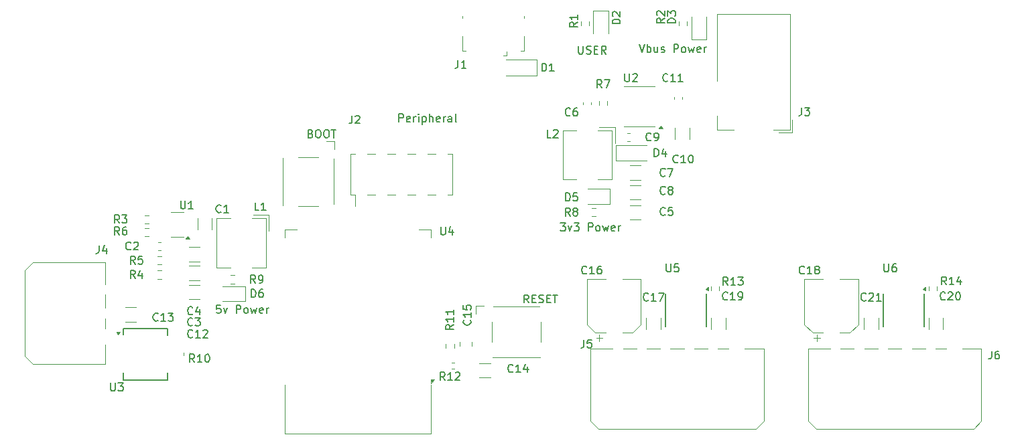
<source format=gbr>
%TF.GenerationSoftware,KiCad,Pcbnew,9.0.0*%
%TF.CreationDate,2025-02-23T12:00:01-08:00*%
%TF.ProjectId,four_way_rotator,666f7572-5f77-4617-995f-726f7461746f,rev?*%
%TF.SameCoordinates,Original*%
%TF.FileFunction,Legend,Top*%
%TF.FilePolarity,Positive*%
%FSLAX46Y46*%
G04 Gerber Fmt 4.6, Leading zero omitted, Abs format (unit mm)*
G04 Created by KiCad (PCBNEW 9.0.0) date 2025-02-23 12:00:01*
%MOMM*%
%LPD*%
G01*
G04 APERTURE LIST*
%ADD10C,0.150000*%
%ADD11C,0.120000*%
G04 APERTURE END LIST*
D10*
X167633333Y-80989580D02*
X167585714Y-81037200D01*
X167585714Y-81037200D02*
X167442857Y-81084819D01*
X167442857Y-81084819D02*
X167347619Y-81084819D01*
X167347619Y-81084819D02*
X167204762Y-81037200D01*
X167204762Y-81037200D02*
X167109524Y-80941961D01*
X167109524Y-80941961D02*
X167061905Y-80846723D01*
X167061905Y-80846723D02*
X167014286Y-80656247D01*
X167014286Y-80656247D02*
X167014286Y-80513390D01*
X167014286Y-80513390D02*
X167061905Y-80322914D01*
X167061905Y-80322914D02*
X167109524Y-80227676D01*
X167109524Y-80227676D02*
X167204762Y-80132438D01*
X167204762Y-80132438D02*
X167347619Y-80084819D01*
X167347619Y-80084819D02*
X167442857Y-80084819D01*
X167442857Y-80084819D02*
X167585714Y-80132438D01*
X167585714Y-80132438D02*
X167633333Y-80180057D01*
X168538095Y-80084819D02*
X168061905Y-80084819D01*
X168061905Y-80084819D02*
X168014286Y-80561009D01*
X168014286Y-80561009D02*
X168061905Y-80513390D01*
X168061905Y-80513390D02*
X168157143Y-80465771D01*
X168157143Y-80465771D02*
X168395238Y-80465771D01*
X168395238Y-80465771D02*
X168490476Y-80513390D01*
X168490476Y-80513390D02*
X168538095Y-80561009D01*
X168538095Y-80561009D02*
X168585714Y-80656247D01*
X168585714Y-80656247D02*
X168585714Y-80894342D01*
X168585714Y-80894342D02*
X168538095Y-80989580D01*
X168538095Y-80989580D02*
X168490476Y-81037200D01*
X168490476Y-81037200D02*
X168395238Y-81084819D01*
X168395238Y-81084819D02*
X168157143Y-81084819D01*
X168157143Y-81084819D02*
X168061905Y-81037200D01*
X168061905Y-81037200D02*
X168014286Y-80989580D01*
X167633333Y-76059580D02*
X167585714Y-76107200D01*
X167585714Y-76107200D02*
X167442857Y-76154819D01*
X167442857Y-76154819D02*
X167347619Y-76154819D01*
X167347619Y-76154819D02*
X167204762Y-76107200D01*
X167204762Y-76107200D02*
X167109524Y-76011961D01*
X167109524Y-76011961D02*
X167061905Y-75916723D01*
X167061905Y-75916723D02*
X167014286Y-75726247D01*
X167014286Y-75726247D02*
X167014286Y-75583390D01*
X167014286Y-75583390D02*
X167061905Y-75392914D01*
X167061905Y-75392914D02*
X167109524Y-75297676D01*
X167109524Y-75297676D02*
X167204762Y-75202438D01*
X167204762Y-75202438D02*
X167347619Y-75154819D01*
X167347619Y-75154819D02*
X167442857Y-75154819D01*
X167442857Y-75154819D02*
X167585714Y-75202438D01*
X167585714Y-75202438D02*
X167633333Y-75250057D01*
X167966667Y-75154819D02*
X168633333Y-75154819D01*
X168633333Y-75154819D02*
X168204762Y-76154819D01*
X167633333Y-78339580D02*
X167585714Y-78387200D01*
X167585714Y-78387200D02*
X167442857Y-78434819D01*
X167442857Y-78434819D02*
X167347619Y-78434819D01*
X167347619Y-78434819D02*
X167204762Y-78387200D01*
X167204762Y-78387200D02*
X167109524Y-78291961D01*
X167109524Y-78291961D02*
X167061905Y-78196723D01*
X167061905Y-78196723D02*
X167014286Y-78006247D01*
X167014286Y-78006247D02*
X167014286Y-77863390D01*
X167014286Y-77863390D02*
X167061905Y-77672914D01*
X167061905Y-77672914D02*
X167109524Y-77577676D01*
X167109524Y-77577676D02*
X167204762Y-77482438D01*
X167204762Y-77482438D02*
X167347619Y-77434819D01*
X167347619Y-77434819D02*
X167442857Y-77434819D01*
X167442857Y-77434819D02*
X167585714Y-77482438D01*
X167585714Y-77482438D02*
X167633333Y-77530057D01*
X168204762Y-77863390D02*
X168109524Y-77815771D01*
X168109524Y-77815771D02*
X168061905Y-77768152D01*
X168061905Y-77768152D02*
X168014286Y-77672914D01*
X168014286Y-77672914D02*
X168014286Y-77625295D01*
X168014286Y-77625295D02*
X168061905Y-77530057D01*
X168061905Y-77530057D02*
X168109524Y-77482438D01*
X168109524Y-77482438D02*
X168204762Y-77434819D01*
X168204762Y-77434819D02*
X168395238Y-77434819D01*
X168395238Y-77434819D02*
X168490476Y-77482438D01*
X168490476Y-77482438D02*
X168538095Y-77530057D01*
X168538095Y-77530057D02*
X168585714Y-77625295D01*
X168585714Y-77625295D02*
X168585714Y-77672914D01*
X168585714Y-77672914D02*
X168538095Y-77768152D01*
X168538095Y-77768152D02*
X168490476Y-77815771D01*
X168490476Y-77815771D02*
X168395238Y-77863390D01*
X168395238Y-77863390D02*
X168204762Y-77863390D01*
X168204762Y-77863390D02*
X168109524Y-77911009D01*
X168109524Y-77911009D02*
X168061905Y-77958628D01*
X168061905Y-77958628D02*
X168014286Y-78053866D01*
X168014286Y-78053866D02*
X168014286Y-78244342D01*
X168014286Y-78244342D02*
X168061905Y-78339580D01*
X168061905Y-78339580D02*
X168109524Y-78387200D01*
X168109524Y-78387200D02*
X168204762Y-78434819D01*
X168204762Y-78434819D02*
X168395238Y-78434819D01*
X168395238Y-78434819D02*
X168490476Y-78387200D01*
X168490476Y-78387200D02*
X168538095Y-78339580D01*
X168538095Y-78339580D02*
X168585714Y-78244342D01*
X168585714Y-78244342D02*
X168585714Y-78053866D01*
X168585714Y-78053866D02*
X168538095Y-77958628D01*
X168538095Y-77958628D02*
X168490476Y-77911009D01*
X168490476Y-77911009D02*
X168395238Y-77863390D01*
X169257142Y-74359580D02*
X169209523Y-74407200D01*
X169209523Y-74407200D02*
X169066666Y-74454819D01*
X169066666Y-74454819D02*
X168971428Y-74454819D01*
X168971428Y-74454819D02*
X168828571Y-74407200D01*
X168828571Y-74407200D02*
X168733333Y-74311961D01*
X168733333Y-74311961D02*
X168685714Y-74216723D01*
X168685714Y-74216723D02*
X168638095Y-74026247D01*
X168638095Y-74026247D02*
X168638095Y-73883390D01*
X168638095Y-73883390D02*
X168685714Y-73692914D01*
X168685714Y-73692914D02*
X168733333Y-73597676D01*
X168733333Y-73597676D02*
X168828571Y-73502438D01*
X168828571Y-73502438D02*
X168971428Y-73454819D01*
X168971428Y-73454819D02*
X169066666Y-73454819D01*
X169066666Y-73454819D02*
X169209523Y-73502438D01*
X169209523Y-73502438D02*
X169257142Y-73550057D01*
X170209523Y-74454819D02*
X169638095Y-74454819D01*
X169923809Y-74454819D02*
X169923809Y-73454819D01*
X169923809Y-73454819D02*
X169828571Y-73597676D01*
X169828571Y-73597676D02*
X169733333Y-73692914D01*
X169733333Y-73692914D02*
X169638095Y-73740533D01*
X170828571Y-73454819D02*
X170923809Y-73454819D01*
X170923809Y-73454819D02*
X171019047Y-73502438D01*
X171019047Y-73502438D02*
X171066666Y-73550057D01*
X171066666Y-73550057D02*
X171114285Y-73645295D01*
X171114285Y-73645295D02*
X171161904Y-73835771D01*
X171161904Y-73835771D02*
X171161904Y-74073866D01*
X171161904Y-74073866D02*
X171114285Y-74264342D01*
X171114285Y-74264342D02*
X171066666Y-74359580D01*
X171066666Y-74359580D02*
X171019047Y-74407200D01*
X171019047Y-74407200D02*
X170923809Y-74454819D01*
X170923809Y-74454819D02*
X170828571Y-74454819D01*
X170828571Y-74454819D02*
X170733333Y-74407200D01*
X170733333Y-74407200D02*
X170685714Y-74359580D01*
X170685714Y-74359580D02*
X170638095Y-74264342D01*
X170638095Y-74264342D02*
X170590476Y-74073866D01*
X170590476Y-74073866D02*
X170590476Y-73835771D01*
X170590476Y-73835771D02*
X170638095Y-73645295D01*
X170638095Y-73645295D02*
X170685714Y-73550057D01*
X170685714Y-73550057D02*
X170733333Y-73502438D01*
X170733333Y-73502438D02*
X170828571Y-73454819D01*
X115343032Y-91454819D02*
X115343032Y-90454819D01*
X115343032Y-90454819D02*
X115581127Y-90454819D01*
X115581127Y-90454819D02*
X115723984Y-90502438D01*
X115723984Y-90502438D02*
X115819222Y-90597676D01*
X115819222Y-90597676D02*
X115866841Y-90692914D01*
X115866841Y-90692914D02*
X115914460Y-90883390D01*
X115914460Y-90883390D02*
X115914460Y-91026247D01*
X115914460Y-91026247D02*
X115866841Y-91216723D01*
X115866841Y-91216723D02*
X115819222Y-91311961D01*
X115819222Y-91311961D02*
X115723984Y-91407200D01*
X115723984Y-91407200D02*
X115581127Y-91454819D01*
X115581127Y-91454819D02*
X115343032Y-91454819D01*
X116771603Y-90454819D02*
X116581127Y-90454819D01*
X116581127Y-90454819D02*
X116485889Y-90502438D01*
X116485889Y-90502438D02*
X116438270Y-90550057D01*
X116438270Y-90550057D02*
X116343032Y-90692914D01*
X116343032Y-90692914D02*
X116295413Y-90883390D01*
X116295413Y-90883390D02*
X116295413Y-91264342D01*
X116295413Y-91264342D02*
X116343032Y-91359580D01*
X116343032Y-91359580D02*
X116390651Y-91407200D01*
X116390651Y-91407200D02*
X116485889Y-91454819D01*
X116485889Y-91454819D02*
X116676365Y-91454819D01*
X116676365Y-91454819D02*
X116771603Y-91407200D01*
X116771603Y-91407200D02*
X116819222Y-91359580D01*
X116819222Y-91359580D02*
X116866841Y-91264342D01*
X116866841Y-91264342D02*
X116866841Y-91026247D01*
X116866841Y-91026247D02*
X116819222Y-90931009D01*
X116819222Y-90931009D02*
X116771603Y-90883390D01*
X116771603Y-90883390D02*
X116676365Y-90835771D01*
X116676365Y-90835771D02*
X116485889Y-90835771D01*
X116485889Y-90835771D02*
X116390651Y-90883390D01*
X116390651Y-90883390D02*
X116343032Y-90931009D01*
X116343032Y-90931009D02*
X116295413Y-91026247D01*
X111461904Y-92454819D02*
X110985714Y-92454819D01*
X110985714Y-92454819D02*
X110938095Y-92931009D01*
X110938095Y-92931009D02*
X110985714Y-92883390D01*
X110985714Y-92883390D02*
X111080952Y-92835771D01*
X111080952Y-92835771D02*
X111319047Y-92835771D01*
X111319047Y-92835771D02*
X111414285Y-92883390D01*
X111414285Y-92883390D02*
X111461904Y-92931009D01*
X111461904Y-92931009D02*
X111509523Y-93026247D01*
X111509523Y-93026247D02*
X111509523Y-93264342D01*
X111509523Y-93264342D02*
X111461904Y-93359580D01*
X111461904Y-93359580D02*
X111414285Y-93407200D01*
X111414285Y-93407200D02*
X111319047Y-93454819D01*
X111319047Y-93454819D02*
X111080952Y-93454819D01*
X111080952Y-93454819D02*
X110985714Y-93407200D01*
X110985714Y-93407200D02*
X110938095Y-93359580D01*
X111842857Y-92788152D02*
X112080952Y-93454819D01*
X112080952Y-93454819D02*
X112319047Y-92788152D01*
X113461905Y-93454819D02*
X113461905Y-92454819D01*
X113461905Y-92454819D02*
X113842857Y-92454819D01*
X113842857Y-92454819D02*
X113938095Y-92502438D01*
X113938095Y-92502438D02*
X113985714Y-92550057D01*
X113985714Y-92550057D02*
X114033333Y-92645295D01*
X114033333Y-92645295D02*
X114033333Y-92788152D01*
X114033333Y-92788152D02*
X113985714Y-92883390D01*
X113985714Y-92883390D02*
X113938095Y-92931009D01*
X113938095Y-92931009D02*
X113842857Y-92978628D01*
X113842857Y-92978628D02*
X113461905Y-92978628D01*
X114604762Y-93454819D02*
X114509524Y-93407200D01*
X114509524Y-93407200D02*
X114461905Y-93359580D01*
X114461905Y-93359580D02*
X114414286Y-93264342D01*
X114414286Y-93264342D02*
X114414286Y-92978628D01*
X114414286Y-92978628D02*
X114461905Y-92883390D01*
X114461905Y-92883390D02*
X114509524Y-92835771D01*
X114509524Y-92835771D02*
X114604762Y-92788152D01*
X114604762Y-92788152D02*
X114747619Y-92788152D01*
X114747619Y-92788152D02*
X114842857Y-92835771D01*
X114842857Y-92835771D02*
X114890476Y-92883390D01*
X114890476Y-92883390D02*
X114938095Y-92978628D01*
X114938095Y-92978628D02*
X114938095Y-93264342D01*
X114938095Y-93264342D02*
X114890476Y-93359580D01*
X114890476Y-93359580D02*
X114842857Y-93407200D01*
X114842857Y-93407200D02*
X114747619Y-93454819D01*
X114747619Y-93454819D02*
X114604762Y-93454819D01*
X115271429Y-92788152D02*
X115461905Y-93454819D01*
X115461905Y-93454819D02*
X115652381Y-92978628D01*
X115652381Y-92978628D02*
X115842857Y-93454819D01*
X115842857Y-93454819D02*
X116033333Y-92788152D01*
X116795238Y-93407200D02*
X116700000Y-93454819D01*
X116700000Y-93454819D02*
X116509524Y-93454819D01*
X116509524Y-93454819D02*
X116414286Y-93407200D01*
X116414286Y-93407200D02*
X116366667Y-93311961D01*
X116366667Y-93311961D02*
X116366667Y-92931009D01*
X116366667Y-92931009D02*
X116414286Y-92835771D01*
X116414286Y-92835771D02*
X116509524Y-92788152D01*
X116509524Y-92788152D02*
X116700000Y-92788152D01*
X116700000Y-92788152D02*
X116795238Y-92835771D01*
X116795238Y-92835771D02*
X116842857Y-92931009D01*
X116842857Y-92931009D02*
X116842857Y-93026247D01*
X116842857Y-93026247D02*
X116366667Y-93121485D01*
X117271429Y-93454819D02*
X117271429Y-92788152D01*
X117271429Y-92978628D02*
X117319048Y-92883390D01*
X117319048Y-92883390D02*
X117366667Y-92835771D01*
X117366667Y-92835771D02*
X117461905Y-92788152D01*
X117461905Y-92788152D02*
X117557143Y-92788152D01*
X97588095Y-102304819D02*
X97588095Y-103114342D01*
X97588095Y-103114342D02*
X97635714Y-103209580D01*
X97635714Y-103209580D02*
X97683333Y-103257200D01*
X97683333Y-103257200D02*
X97778571Y-103304819D01*
X97778571Y-103304819D02*
X97969047Y-103304819D01*
X97969047Y-103304819D02*
X98064285Y-103257200D01*
X98064285Y-103257200D02*
X98111904Y-103209580D01*
X98111904Y-103209580D02*
X98159523Y-103114342D01*
X98159523Y-103114342D02*
X98159523Y-102304819D01*
X98540476Y-102304819D02*
X99159523Y-102304819D01*
X99159523Y-102304819D02*
X98826190Y-102685771D01*
X98826190Y-102685771D02*
X98969047Y-102685771D01*
X98969047Y-102685771D02*
X99064285Y-102733390D01*
X99064285Y-102733390D02*
X99111904Y-102781009D01*
X99111904Y-102781009D02*
X99159523Y-102876247D01*
X99159523Y-102876247D02*
X99159523Y-103114342D01*
X99159523Y-103114342D02*
X99111904Y-103209580D01*
X99111904Y-103209580D02*
X99064285Y-103257200D01*
X99064285Y-103257200D02*
X98969047Y-103304819D01*
X98969047Y-103304819D02*
X98683333Y-103304819D01*
X98683333Y-103304819D02*
X98588095Y-103257200D01*
X98588095Y-103257200D02*
X98540476Y-103209580D01*
X98689460Y-82054819D02*
X98356127Y-81578628D01*
X98118032Y-82054819D02*
X98118032Y-81054819D01*
X98118032Y-81054819D02*
X98498984Y-81054819D01*
X98498984Y-81054819D02*
X98594222Y-81102438D01*
X98594222Y-81102438D02*
X98641841Y-81150057D01*
X98641841Y-81150057D02*
X98689460Y-81245295D01*
X98689460Y-81245295D02*
X98689460Y-81388152D01*
X98689460Y-81388152D02*
X98641841Y-81483390D01*
X98641841Y-81483390D02*
X98594222Y-81531009D01*
X98594222Y-81531009D02*
X98498984Y-81578628D01*
X98498984Y-81578628D02*
X98118032Y-81578628D01*
X99022794Y-81054819D02*
X99641841Y-81054819D01*
X99641841Y-81054819D02*
X99308508Y-81435771D01*
X99308508Y-81435771D02*
X99451365Y-81435771D01*
X99451365Y-81435771D02*
X99546603Y-81483390D01*
X99546603Y-81483390D02*
X99594222Y-81531009D01*
X99594222Y-81531009D02*
X99641841Y-81626247D01*
X99641841Y-81626247D02*
X99641841Y-81864342D01*
X99641841Y-81864342D02*
X99594222Y-81959580D01*
X99594222Y-81959580D02*
X99546603Y-82007200D01*
X99546603Y-82007200D02*
X99451365Y-82054819D01*
X99451365Y-82054819D02*
X99165651Y-82054819D01*
X99165651Y-82054819D02*
X99070413Y-82007200D01*
X99070413Y-82007200D02*
X99022794Y-81959580D01*
X155633333Y-68409580D02*
X155585714Y-68457200D01*
X155585714Y-68457200D02*
X155442857Y-68504819D01*
X155442857Y-68504819D02*
X155347619Y-68504819D01*
X155347619Y-68504819D02*
X155204762Y-68457200D01*
X155204762Y-68457200D02*
X155109524Y-68361961D01*
X155109524Y-68361961D02*
X155061905Y-68266723D01*
X155061905Y-68266723D02*
X155014286Y-68076247D01*
X155014286Y-68076247D02*
X155014286Y-67933390D01*
X155014286Y-67933390D02*
X155061905Y-67742914D01*
X155061905Y-67742914D02*
X155109524Y-67647676D01*
X155109524Y-67647676D02*
X155204762Y-67552438D01*
X155204762Y-67552438D02*
X155347619Y-67504819D01*
X155347619Y-67504819D02*
X155442857Y-67504819D01*
X155442857Y-67504819D02*
X155585714Y-67552438D01*
X155585714Y-67552438D02*
X155633333Y-67600057D01*
X156490476Y-67504819D02*
X156300000Y-67504819D01*
X156300000Y-67504819D02*
X156204762Y-67552438D01*
X156204762Y-67552438D02*
X156157143Y-67600057D01*
X156157143Y-67600057D02*
X156061905Y-67742914D01*
X156061905Y-67742914D02*
X156014286Y-67933390D01*
X156014286Y-67933390D02*
X156014286Y-68314342D01*
X156014286Y-68314342D02*
X156061905Y-68409580D01*
X156061905Y-68409580D02*
X156109524Y-68457200D01*
X156109524Y-68457200D02*
X156204762Y-68504819D01*
X156204762Y-68504819D02*
X156395238Y-68504819D01*
X156395238Y-68504819D02*
X156490476Y-68457200D01*
X156490476Y-68457200D02*
X156538095Y-68409580D01*
X156538095Y-68409580D02*
X156585714Y-68314342D01*
X156585714Y-68314342D02*
X156585714Y-68076247D01*
X156585714Y-68076247D02*
X156538095Y-67981009D01*
X156538095Y-67981009D02*
X156490476Y-67933390D01*
X156490476Y-67933390D02*
X156395238Y-67885771D01*
X156395238Y-67885771D02*
X156204762Y-67885771D01*
X156204762Y-67885771D02*
X156109524Y-67933390D01*
X156109524Y-67933390D02*
X156061905Y-67981009D01*
X156061905Y-67981009D02*
X156014286Y-68076247D01*
X103557142Y-94359580D02*
X103509523Y-94407200D01*
X103509523Y-94407200D02*
X103366666Y-94454819D01*
X103366666Y-94454819D02*
X103271428Y-94454819D01*
X103271428Y-94454819D02*
X103128571Y-94407200D01*
X103128571Y-94407200D02*
X103033333Y-94311961D01*
X103033333Y-94311961D02*
X102985714Y-94216723D01*
X102985714Y-94216723D02*
X102938095Y-94026247D01*
X102938095Y-94026247D02*
X102938095Y-93883390D01*
X102938095Y-93883390D02*
X102985714Y-93692914D01*
X102985714Y-93692914D02*
X103033333Y-93597676D01*
X103033333Y-93597676D02*
X103128571Y-93502438D01*
X103128571Y-93502438D02*
X103271428Y-93454819D01*
X103271428Y-93454819D02*
X103366666Y-93454819D01*
X103366666Y-93454819D02*
X103509523Y-93502438D01*
X103509523Y-93502438D02*
X103557142Y-93550057D01*
X104509523Y-94454819D02*
X103938095Y-94454819D01*
X104223809Y-94454819D02*
X104223809Y-93454819D01*
X104223809Y-93454819D02*
X104128571Y-93597676D01*
X104128571Y-93597676D02*
X104033333Y-93692914D01*
X104033333Y-93692914D02*
X103938095Y-93740533D01*
X104842857Y-93454819D02*
X105461904Y-93454819D01*
X105461904Y-93454819D02*
X105128571Y-93835771D01*
X105128571Y-93835771D02*
X105271428Y-93835771D01*
X105271428Y-93835771D02*
X105366666Y-93883390D01*
X105366666Y-93883390D02*
X105414285Y-93931009D01*
X105414285Y-93931009D02*
X105461904Y-94026247D01*
X105461904Y-94026247D02*
X105461904Y-94264342D01*
X105461904Y-94264342D02*
X105414285Y-94359580D01*
X105414285Y-94359580D02*
X105366666Y-94407200D01*
X105366666Y-94407200D02*
X105271428Y-94454819D01*
X105271428Y-94454819D02*
X104985714Y-94454819D01*
X104985714Y-94454819D02*
X104890476Y-94407200D01*
X104890476Y-94407200D02*
X104842857Y-94359580D01*
X100664460Y-89054819D02*
X100331127Y-88578628D01*
X100093032Y-89054819D02*
X100093032Y-88054819D01*
X100093032Y-88054819D02*
X100473984Y-88054819D01*
X100473984Y-88054819D02*
X100569222Y-88102438D01*
X100569222Y-88102438D02*
X100616841Y-88150057D01*
X100616841Y-88150057D02*
X100664460Y-88245295D01*
X100664460Y-88245295D02*
X100664460Y-88388152D01*
X100664460Y-88388152D02*
X100616841Y-88483390D01*
X100616841Y-88483390D02*
X100569222Y-88531009D01*
X100569222Y-88531009D02*
X100473984Y-88578628D01*
X100473984Y-88578628D02*
X100093032Y-88578628D01*
X101521603Y-88388152D02*
X101521603Y-89054819D01*
X101283508Y-88007200D02*
X101045413Y-88721485D01*
X101045413Y-88721485D02*
X101664460Y-88721485D01*
X100664460Y-87254819D02*
X100331127Y-86778628D01*
X100093032Y-87254819D02*
X100093032Y-86254819D01*
X100093032Y-86254819D02*
X100473984Y-86254819D01*
X100473984Y-86254819D02*
X100569222Y-86302438D01*
X100569222Y-86302438D02*
X100616841Y-86350057D01*
X100616841Y-86350057D02*
X100664460Y-86445295D01*
X100664460Y-86445295D02*
X100664460Y-86588152D01*
X100664460Y-86588152D02*
X100616841Y-86683390D01*
X100616841Y-86683390D02*
X100569222Y-86731009D01*
X100569222Y-86731009D02*
X100473984Y-86778628D01*
X100473984Y-86778628D02*
X100093032Y-86778628D01*
X101569222Y-86254819D02*
X101093032Y-86254819D01*
X101093032Y-86254819D02*
X101045413Y-86731009D01*
X101045413Y-86731009D02*
X101093032Y-86683390D01*
X101093032Y-86683390D02*
X101188270Y-86635771D01*
X101188270Y-86635771D02*
X101426365Y-86635771D01*
X101426365Y-86635771D02*
X101521603Y-86683390D01*
X101521603Y-86683390D02*
X101569222Y-86731009D01*
X101569222Y-86731009D02*
X101616841Y-86826247D01*
X101616841Y-86826247D02*
X101616841Y-87064342D01*
X101616841Y-87064342D02*
X101569222Y-87159580D01*
X101569222Y-87159580D02*
X101521603Y-87207200D01*
X101521603Y-87207200D02*
X101426365Y-87254819D01*
X101426365Y-87254819D02*
X101188270Y-87254819D01*
X101188270Y-87254819D02*
X101093032Y-87207200D01*
X101093032Y-87207200D02*
X101045413Y-87159580D01*
X167793095Y-87229819D02*
X167793095Y-88039342D01*
X167793095Y-88039342D02*
X167840714Y-88134580D01*
X167840714Y-88134580D02*
X167888333Y-88182200D01*
X167888333Y-88182200D02*
X167983571Y-88229819D01*
X167983571Y-88229819D02*
X168174047Y-88229819D01*
X168174047Y-88229819D02*
X168269285Y-88182200D01*
X168269285Y-88182200D02*
X168316904Y-88134580D01*
X168316904Y-88134580D02*
X168364523Y-88039342D01*
X168364523Y-88039342D02*
X168364523Y-87229819D01*
X169316904Y-87229819D02*
X168840714Y-87229819D01*
X168840714Y-87229819D02*
X168793095Y-87706009D01*
X168793095Y-87706009D02*
X168840714Y-87658390D01*
X168840714Y-87658390D02*
X168935952Y-87610771D01*
X168935952Y-87610771D02*
X169174047Y-87610771D01*
X169174047Y-87610771D02*
X169269285Y-87658390D01*
X169269285Y-87658390D02*
X169316904Y-87706009D01*
X169316904Y-87706009D02*
X169364523Y-87801247D01*
X169364523Y-87801247D02*
X169364523Y-88039342D01*
X169364523Y-88039342D02*
X169316904Y-88134580D01*
X169316904Y-88134580D02*
X169269285Y-88182200D01*
X169269285Y-88182200D02*
X169174047Y-88229819D01*
X169174047Y-88229819D02*
X168935952Y-88229819D01*
X168935952Y-88229819D02*
X168840714Y-88182200D01*
X168840714Y-88182200D02*
X168793095Y-88134580D01*
X139807142Y-101944819D02*
X139473809Y-101468628D01*
X139235714Y-101944819D02*
X139235714Y-100944819D01*
X139235714Y-100944819D02*
X139616666Y-100944819D01*
X139616666Y-100944819D02*
X139711904Y-100992438D01*
X139711904Y-100992438D02*
X139759523Y-101040057D01*
X139759523Y-101040057D02*
X139807142Y-101135295D01*
X139807142Y-101135295D02*
X139807142Y-101278152D01*
X139807142Y-101278152D02*
X139759523Y-101373390D01*
X139759523Y-101373390D02*
X139711904Y-101421009D01*
X139711904Y-101421009D02*
X139616666Y-101468628D01*
X139616666Y-101468628D02*
X139235714Y-101468628D01*
X140759523Y-101944819D02*
X140188095Y-101944819D01*
X140473809Y-101944819D02*
X140473809Y-100944819D01*
X140473809Y-100944819D02*
X140378571Y-101087676D01*
X140378571Y-101087676D02*
X140283333Y-101182914D01*
X140283333Y-101182914D02*
X140188095Y-101230533D01*
X141140476Y-101040057D02*
X141188095Y-100992438D01*
X141188095Y-100992438D02*
X141283333Y-100944819D01*
X141283333Y-100944819D02*
X141521428Y-100944819D01*
X141521428Y-100944819D02*
X141616666Y-100992438D01*
X141616666Y-100992438D02*
X141664285Y-101040057D01*
X141664285Y-101040057D02*
X141711904Y-101135295D01*
X141711904Y-101135295D02*
X141711904Y-101230533D01*
X141711904Y-101230533D02*
X141664285Y-101373390D01*
X141664285Y-101373390D02*
X141092857Y-101944819D01*
X141092857Y-101944819D02*
X141711904Y-101944819D01*
X161954819Y-56838094D02*
X160954819Y-56838094D01*
X160954819Y-56838094D02*
X160954819Y-56599999D01*
X160954819Y-56599999D02*
X161002438Y-56457142D01*
X161002438Y-56457142D02*
X161097676Y-56361904D01*
X161097676Y-56361904D02*
X161192914Y-56314285D01*
X161192914Y-56314285D02*
X161383390Y-56266666D01*
X161383390Y-56266666D02*
X161526247Y-56266666D01*
X161526247Y-56266666D02*
X161716723Y-56314285D01*
X161716723Y-56314285D02*
X161811961Y-56361904D01*
X161811961Y-56361904D02*
X161907200Y-56457142D01*
X161907200Y-56457142D02*
X161954819Y-56599999D01*
X161954819Y-56599999D02*
X161954819Y-56838094D01*
X161050057Y-55885713D02*
X161002438Y-55838094D01*
X161002438Y-55838094D02*
X160954819Y-55742856D01*
X160954819Y-55742856D02*
X160954819Y-55504761D01*
X160954819Y-55504761D02*
X161002438Y-55409523D01*
X161002438Y-55409523D02*
X161050057Y-55361904D01*
X161050057Y-55361904D02*
X161145295Y-55314285D01*
X161145295Y-55314285D02*
X161240533Y-55314285D01*
X161240533Y-55314285D02*
X161383390Y-55361904D01*
X161383390Y-55361904D02*
X161954819Y-55933332D01*
X161954819Y-55933332D02*
X161954819Y-55314285D01*
X156685714Y-59654819D02*
X156685714Y-60464342D01*
X156685714Y-60464342D02*
X156733333Y-60559580D01*
X156733333Y-60559580D02*
X156780952Y-60607200D01*
X156780952Y-60607200D02*
X156876190Y-60654819D01*
X156876190Y-60654819D02*
X157066666Y-60654819D01*
X157066666Y-60654819D02*
X157161904Y-60607200D01*
X157161904Y-60607200D02*
X157209523Y-60559580D01*
X157209523Y-60559580D02*
X157257142Y-60464342D01*
X157257142Y-60464342D02*
X157257142Y-59654819D01*
X157685714Y-60607200D02*
X157828571Y-60654819D01*
X157828571Y-60654819D02*
X158066666Y-60654819D01*
X158066666Y-60654819D02*
X158161904Y-60607200D01*
X158161904Y-60607200D02*
X158209523Y-60559580D01*
X158209523Y-60559580D02*
X158257142Y-60464342D01*
X158257142Y-60464342D02*
X158257142Y-60369104D01*
X158257142Y-60369104D02*
X158209523Y-60273866D01*
X158209523Y-60273866D02*
X158161904Y-60226247D01*
X158161904Y-60226247D02*
X158066666Y-60178628D01*
X158066666Y-60178628D02*
X157876190Y-60131009D01*
X157876190Y-60131009D02*
X157780952Y-60083390D01*
X157780952Y-60083390D02*
X157733333Y-60035771D01*
X157733333Y-60035771D02*
X157685714Y-59940533D01*
X157685714Y-59940533D02*
X157685714Y-59845295D01*
X157685714Y-59845295D02*
X157733333Y-59750057D01*
X157733333Y-59750057D02*
X157780952Y-59702438D01*
X157780952Y-59702438D02*
X157876190Y-59654819D01*
X157876190Y-59654819D02*
X158114285Y-59654819D01*
X158114285Y-59654819D02*
X158257142Y-59702438D01*
X158685714Y-60131009D02*
X159019047Y-60131009D01*
X159161904Y-60654819D02*
X158685714Y-60654819D01*
X158685714Y-60654819D02*
X158685714Y-59654819D01*
X158685714Y-59654819D02*
X159161904Y-59654819D01*
X160161904Y-60654819D02*
X159828571Y-60178628D01*
X159590476Y-60654819D02*
X159590476Y-59654819D01*
X159590476Y-59654819D02*
X159971428Y-59654819D01*
X159971428Y-59654819D02*
X160066666Y-59702438D01*
X160066666Y-59702438D02*
X160114285Y-59750057D01*
X160114285Y-59750057D02*
X160161904Y-59845295D01*
X160161904Y-59845295D02*
X160161904Y-59988152D01*
X160161904Y-59988152D02*
X160114285Y-60083390D01*
X160114285Y-60083390D02*
X160066666Y-60131009D01*
X160066666Y-60131009D02*
X159971428Y-60178628D01*
X159971428Y-60178628D02*
X159590476Y-60178628D01*
X184866666Y-67454819D02*
X184866666Y-68169104D01*
X184866666Y-68169104D02*
X184819047Y-68311961D01*
X184819047Y-68311961D02*
X184723809Y-68407200D01*
X184723809Y-68407200D02*
X184580952Y-68454819D01*
X184580952Y-68454819D02*
X184485714Y-68454819D01*
X185247619Y-67454819D02*
X185866666Y-67454819D01*
X185866666Y-67454819D02*
X185533333Y-67835771D01*
X185533333Y-67835771D02*
X185676190Y-67835771D01*
X185676190Y-67835771D02*
X185771428Y-67883390D01*
X185771428Y-67883390D02*
X185819047Y-67931009D01*
X185819047Y-67931009D02*
X185866666Y-68026247D01*
X185866666Y-68026247D02*
X185866666Y-68264342D01*
X185866666Y-68264342D02*
X185819047Y-68359580D01*
X185819047Y-68359580D02*
X185771428Y-68407200D01*
X185771428Y-68407200D02*
X185676190Y-68454819D01*
X185676190Y-68454819D02*
X185390476Y-68454819D01*
X185390476Y-68454819D02*
X185295238Y-68407200D01*
X185295238Y-68407200D02*
X185247619Y-68359580D01*
X96116666Y-84904819D02*
X96116666Y-85619104D01*
X96116666Y-85619104D02*
X96069047Y-85761961D01*
X96069047Y-85761961D02*
X95973809Y-85857200D01*
X95973809Y-85857200D02*
X95830952Y-85904819D01*
X95830952Y-85904819D02*
X95735714Y-85904819D01*
X97021428Y-85238152D02*
X97021428Y-85904819D01*
X96783333Y-84857200D02*
X96545238Y-85571485D01*
X96545238Y-85571485D02*
X97164285Y-85571485D01*
X128066666Y-68454819D02*
X128066666Y-69169104D01*
X128066666Y-69169104D02*
X128019047Y-69311961D01*
X128019047Y-69311961D02*
X127923809Y-69407200D01*
X127923809Y-69407200D02*
X127780952Y-69454819D01*
X127780952Y-69454819D02*
X127685714Y-69454819D01*
X128495238Y-68550057D02*
X128542857Y-68502438D01*
X128542857Y-68502438D02*
X128638095Y-68454819D01*
X128638095Y-68454819D02*
X128876190Y-68454819D01*
X128876190Y-68454819D02*
X128971428Y-68502438D01*
X128971428Y-68502438D02*
X129019047Y-68550057D01*
X129019047Y-68550057D02*
X129066666Y-68645295D01*
X129066666Y-68645295D02*
X129066666Y-68740533D01*
X129066666Y-68740533D02*
X129019047Y-68883390D01*
X129019047Y-68883390D02*
X128447619Y-69454819D01*
X128447619Y-69454819D02*
X129066666Y-69454819D01*
X134004761Y-69254819D02*
X134004761Y-68254819D01*
X134004761Y-68254819D02*
X134385713Y-68254819D01*
X134385713Y-68254819D02*
X134480951Y-68302438D01*
X134480951Y-68302438D02*
X134528570Y-68350057D01*
X134528570Y-68350057D02*
X134576189Y-68445295D01*
X134576189Y-68445295D02*
X134576189Y-68588152D01*
X134576189Y-68588152D02*
X134528570Y-68683390D01*
X134528570Y-68683390D02*
X134480951Y-68731009D01*
X134480951Y-68731009D02*
X134385713Y-68778628D01*
X134385713Y-68778628D02*
X134004761Y-68778628D01*
X135385713Y-69207200D02*
X135290475Y-69254819D01*
X135290475Y-69254819D02*
X135099999Y-69254819D01*
X135099999Y-69254819D02*
X135004761Y-69207200D01*
X135004761Y-69207200D02*
X134957142Y-69111961D01*
X134957142Y-69111961D02*
X134957142Y-68731009D01*
X134957142Y-68731009D02*
X135004761Y-68635771D01*
X135004761Y-68635771D02*
X135099999Y-68588152D01*
X135099999Y-68588152D02*
X135290475Y-68588152D01*
X135290475Y-68588152D02*
X135385713Y-68635771D01*
X135385713Y-68635771D02*
X135433332Y-68731009D01*
X135433332Y-68731009D02*
X135433332Y-68826247D01*
X135433332Y-68826247D02*
X134957142Y-68921485D01*
X135861904Y-69254819D02*
X135861904Y-68588152D01*
X135861904Y-68778628D02*
X135909523Y-68683390D01*
X135909523Y-68683390D02*
X135957142Y-68635771D01*
X135957142Y-68635771D02*
X136052380Y-68588152D01*
X136052380Y-68588152D02*
X136147618Y-68588152D01*
X136480952Y-69254819D02*
X136480952Y-68588152D01*
X136480952Y-68254819D02*
X136433333Y-68302438D01*
X136433333Y-68302438D02*
X136480952Y-68350057D01*
X136480952Y-68350057D02*
X136528571Y-68302438D01*
X136528571Y-68302438D02*
X136480952Y-68254819D01*
X136480952Y-68254819D02*
X136480952Y-68350057D01*
X136957142Y-68588152D02*
X136957142Y-69588152D01*
X136957142Y-68635771D02*
X137052380Y-68588152D01*
X137052380Y-68588152D02*
X137242856Y-68588152D01*
X137242856Y-68588152D02*
X137338094Y-68635771D01*
X137338094Y-68635771D02*
X137385713Y-68683390D01*
X137385713Y-68683390D02*
X137433332Y-68778628D01*
X137433332Y-68778628D02*
X137433332Y-69064342D01*
X137433332Y-69064342D02*
X137385713Y-69159580D01*
X137385713Y-69159580D02*
X137338094Y-69207200D01*
X137338094Y-69207200D02*
X137242856Y-69254819D01*
X137242856Y-69254819D02*
X137052380Y-69254819D01*
X137052380Y-69254819D02*
X136957142Y-69207200D01*
X137861904Y-69254819D02*
X137861904Y-68254819D01*
X138290475Y-69254819D02*
X138290475Y-68731009D01*
X138290475Y-68731009D02*
X138242856Y-68635771D01*
X138242856Y-68635771D02*
X138147618Y-68588152D01*
X138147618Y-68588152D02*
X138004761Y-68588152D01*
X138004761Y-68588152D02*
X137909523Y-68635771D01*
X137909523Y-68635771D02*
X137861904Y-68683390D01*
X139147618Y-69207200D02*
X139052380Y-69254819D01*
X139052380Y-69254819D02*
X138861904Y-69254819D01*
X138861904Y-69254819D02*
X138766666Y-69207200D01*
X138766666Y-69207200D02*
X138719047Y-69111961D01*
X138719047Y-69111961D02*
X138719047Y-68731009D01*
X138719047Y-68731009D02*
X138766666Y-68635771D01*
X138766666Y-68635771D02*
X138861904Y-68588152D01*
X138861904Y-68588152D02*
X139052380Y-68588152D01*
X139052380Y-68588152D02*
X139147618Y-68635771D01*
X139147618Y-68635771D02*
X139195237Y-68731009D01*
X139195237Y-68731009D02*
X139195237Y-68826247D01*
X139195237Y-68826247D02*
X138719047Y-68921485D01*
X139623809Y-69254819D02*
X139623809Y-68588152D01*
X139623809Y-68778628D02*
X139671428Y-68683390D01*
X139671428Y-68683390D02*
X139719047Y-68635771D01*
X139719047Y-68635771D02*
X139814285Y-68588152D01*
X139814285Y-68588152D02*
X139909523Y-68588152D01*
X140671428Y-69254819D02*
X140671428Y-68731009D01*
X140671428Y-68731009D02*
X140623809Y-68635771D01*
X140623809Y-68635771D02*
X140528571Y-68588152D01*
X140528571Y-68588152D02*
X140338095Y-68588152D01*
X140338095Y-68588152D02*
X140242857Y-68635771D01*
X140671428Y-69207200D02*
X140576190Y-69254819D01*
X140576190Y-69254819D02*
X140338095Y-69254819D01*
X140338095Y-69254819D02*
X140242857Y-69207200D01*
X140242857Y-69207200D02*
X140195238Y-69111961D01*
X140195238Y-69111961D02*
X140195238Y-69016723D01*
X140195238Y-69016723D02*
X140242857Y-68921485D01*
X140242857Y-68921485D02*
X140338095Y-68873866D01*
X140338095Y-68873866D02*
X140576190Y-68873866D01*
X140576190Y-68873866D02*
X140671428Y-68826247D01*
X141290476Y-69254819D02*
X141195238Y-69207200D01*
X141195238Y-69207200D02*
X141147619Y-69111961D01*
X141147619Y-69111961D02*
X141147619Y-68254819D01*
X203157142Y-89854819D02*
X202823809Y-89378628D01*
X202585714Y-89854819D02*
X202585714Y-88854819D01*
X202585714Y-88854819D02*
X202966666Y-88854819D01*
X202966666Y-88854819D02*
X203061904Y-88902438D01*
X203061904Y-88902438D02*
X203109523Y-88950057D01*
X203109523Y-88950057D02*
X203157142Y-89045295D01*
X203157142Y-89045295D02*
X203157142Y-89188152D01*
X203157142Y-89188152D02*
X203109523Y-89283390D01*
X203109523Y-89283390D02*
X203061904Y-89331009D01*
X203061904Y-89331009D02*
X202966666Y-89378628D01*
X202966666Y-89378628D02*
X202585714Y-89378628D01*
X204109523Y-89854819D02*
X203538095Y-89854819D01*
X203823809Y-89854819D02*
X203823809Y-88854819D01*
X203823809Y-88854819D02*
X203728571Y-88997676D01*
X203728571Y-88997676D02*
X203633333Y-89092914D01*
X203633333Y-89092914D02*
X203538095Y-89140533D01*
X204966666Y-89188152D02*
X204966666Y-89854819D01*
X204728571Y-88807200D02*
X204490476Y-89521485D01*
X204490476Y-89521485D02*
X205109523Y-89521485D01*
X152061905Y-62854819D02*
X152061905Y-61854819D01*
X152061905Y-61854819D02*
X152300000Y-61854819D01*
X152300000Y-61854819D02*
X152442857Y-61902438D01*
X152442857Y-61902438D02*
X152538095Y-61997676D01*
X152538095Y-61997676D02*
X152585714Y-62092914D01*
X152585714Y-62092914D02*
X152633333Y-62283390D01*
X152633333Y-62283390D02*
X152633333Y-62426247D01*
X152633333Y-62426247D02*
X152585714Y-62616723D01*
X152585714Y-62616723D02*
X152538095Y-62711961D01*
X152538095Y-62711961D02*
X152442857Y-62807200D01*
X152442857Y-62807200D02*
X152300000Y-62854819D01*
X152300000Y-62854819D02*
X152061905Y-62854819D01*
X153585714Y-62854819D02*
X153014286Y-62854819D01*
X153300000Y-62854819D02*
X153300000Y-61854819D01*
X153300000Y-61854819D02*
X153204762Y-61997676D01*
X153204762Y-61997676D02*
X153109524Y-62092914D01*
X153109524Y-62092914D02*
X153014286Y-62140533D01*
X162538095Y-63154819D02*
X162538095Y-63964342D01*
X162538095Y-63964342D02*
X162585714Y-64059580D01*
X162585714Y-64059580D02*
X162633333Y-64107200D01*
X162633333Y-64107200D02*
X162728571Y-64154819D01*
X162728571Y-64154819D02*
X162919047Y-64154819D01*
X162919047Y-64154819D02*
X163014285Y-64107200D01*
X163014285Y-64107200D02*
X163061904Y-64059580D01*
X163061904Y-64059580D02*
X163109523Y-63964342D01*
X163109523Y-63964342D02*
X163109523Y-63154819D01*
X163538095Y-63250057D02*
X163585714Y-63202438D01*
X163585714Y-63202438D02*
X163680952Y-63154819D01*
X163680952Y-63154819D02*
X163919047Y-63154819D01*
X163919047Y-63154819D02*
X164014285Y-63202438D01*
X164014285Y-63202438D02*
X164061904Y-63250057D01*
X164061904Y-63250057D02*
X164109523Y-63345295D01*
X164109523Y-63345295D02*
X164109523Y-63440533D01*
X164109523Y-63440533D02*
X164061904Y-63583390D01*
X164061904Y-63583390D02*
X163490476Y-64154819D01*
X163490476Y-64154819D02*
X164109523Y-64154819D01*
X157712142Y-88409580D02*
X157664523Y-88457200D01*
X157664523Y-88457200D02*
X157521666Y-88504819D01*
X157521666Y-88504819D02*
X157426428Y-88504819D01*
X157426428Y-88504819D02*
X157283571Y-88457200D01*
X157283571Y-88457200D02*
X157188333Y-88361961D01*
X157188333Y-88361961D02*
X157140714Y-88266723D01*
X157140714Y-88266723D02*
X157093095Y-88076247D01*
X157093095Y-88076247D02*
X157093095Y-87933390D01*
X157093095Y-87933390D02*
X157140714Y-87742914D01*
X157140714Y-87742914D02*
X157188333Y-87647676D01*
X157188333Y-87647676D02*
X157283571Y-87552438D01*
X157283571Y-87552438D02*
X157426428Y-87504819D01*
X157426428Y-87504819D02*
X157521666Y-87504819D01*
X157521666Y-87504819D02*
X157664523Y-87552438D01*
X157664523Y-87552438D02*
X157712142Y-87600057D01*
X158664523Y-88504819D02*
X158093095Y-88504819D01*
X158378809Y-88504819D02*
X158378809Y-87504819D01*
X158378809Y-87504819D02*
X158283571Y-87647676D01*
X158283571Y-87647676D02*
X158188333Y-87742914D01*
X158188333Y-87742914D02*
X158093095Y-87790533D01*
X159521666Y-87504819D02*
X159331190Y-87504819D01*
X159331190Y-87504819D02*
X159235952Y-87552438D01*
X159235952Y-87552438D02*
X159188333Y-87600057D01*
X159188333Y-87600057D02*
X159093095Y-87742914D01*
X159093095Y-87742914D02*
X159045476Y-87933390D01*
X159045476Y-87933390D02*
X159045476Y-88314342D01*
X159045476Y-88314342D02*
X159093095Y-88409580D01*
X159093095Y-88409580D02*
X159140714Y-88457200D01*
X159140714Y-88457200D02*
X159235952Y-88504819D01*
X159235952Y-88504819D02*
X159426428Y-88504819D01*
X159426428Y-88504819D02*
X159521666Y-88457200D01*
X159521666Y-88457200D02*
X159569285Y-88409580D01*
X159569285Y-88409580D02*
X159616904Y-88314342D01*
X159616904Y-88314342D02*
X159616904Y-88076247D01*
X159616904Y-88076247D02*
X159569285Y-87981009D01*
X159569285Y-87981009D02*
X159521666Y-87933390D01*
X159521666Y-87933390D02*
X159426428Y-87885771D01*
X159426428Y-87885771D02*
X159235952Y-87885771D01*
X159235952Y-87885771D02*
X159140714Y-87933390D01*
X159140714Y-87933390D02*
X159093095Y-87981009D01*
X159093095Y-87981009D02*
X159045476Y-88076247D01*
X150397618Y-92144819D02*
X150064285Y-91668628D01*
X149826190Y-92144819D02*
X149826190Y-91144819D01*
X149826190Y-91144819D02*
X150207142Y-91144819D01*
X150207142Y-91144819D02*
X150302380Y-91192438D01*
X150302380Y-91192438D02*
X150349999Y-91240057D01*
X150349999Y-91240057D02*
X150397618Y-91335295D01*
X150397618Y-91335295D02*
X150397618Y-91478152D01*
X150397618Y-91478152D02*
X150349999Y-91573390D01*
X150349999Y-91573390D02*
X150302380Y-91621009D01*
X150302380Y-91621009D02*
X150207142Y-91668628D01*
X150207142Y-91668628D02*
X149826190Y-91668628D01*
X150826190Y-91621009D02*
X151159523Y-91621009D01*
X151302380Y-92144819D02*
X150826190Y-92144819D01*
X150826190Y-92144819D02*
X150826190Y-91144819D01*
X150826190Y-91144819D02*
X151302380Y-91144819D01*
X151683333Y-92097200D02*
X151826190Y-92144819D01*
X151826190Y-92144819D02*
X152064285Y-92144819D01*
X152064285Y-92144819D02*
X152159523Y-92097200D01*
X152159523Y-92097200D02*
X152207142Y-92049580D01*
X152207142Y-92049580D02*
X152254761Y-91954342D01*
X152254761Y-91954342D02*
X152254761Y-91859104D01*
X152254761Y-91859104D02*
X152207142Y-91763866D01*
X152207142Y-91763866D02*
X152159523Y-91716247D01*
X152159523Y-91716247D02*
X152064285Y-91668628D01*
X152064285Y-91668628D02*
X151873809Y-91621009D01*
X151873809Y-91621009D02*
X151778571Y-91573390D01*
X151778571Y-91573390D02*
X151730952Y-91525771D01*
X151730952Y-91525771D02*
X151683333Y-91430533D01*
X151683333Y-91430533D02*
X151683333Y-91335295D01*
X151683333Y-91335295D02*
X151730952Y-91240057D01*
X151730952Y-91240057D02*
X151778571Y-91192438D01*
X151778571Y-91192438D02*
X151873809Y-91144819D01*
X151873809Y-91144819D02*
X152111904Y-91144819D01*
X152111904Y-91144819D02*
X152254761Y-91192438D01*
X152683333Y-91621009D02*
X153016666Y-91621009D01*
X153159523Y-92144819D02*
X152683333Y-92144819D01*
X152683333Y-92144819D02*
X152683333Y-91144819D01*
X152683333Y-91144819D02*
X153159523Y-91144819D01*
X153445238Y-91144819D02*
X154016666Y-91144819D01*
X153730952Y-92144819D02*
X153730952Y-91144819D01*
X165512142Y-91809580D02*
X165464523Y-91857200D01*
X165464523Y-91857200D02*
X165321666Y-91904819D01*
X165321666Y-91904819D02*
X165226428Y-91904819D01*
X165226428Y-91904819D02*
X165083571Y-91857200D01*
X165083571Y-91857200D02*
X164988333Y-91761961D01*
X164988333Y-91761961D02*
X164940714Y-91666723D01*
X164940714Y-91666723D02*
X164893095Y-91476247D01*
X164893095Y-91476247D02*
X164893095Y-91333390D01*
X164893095Y-91333390D02*
X164940714Y-91142914D01*
X164940714Y-91142914D02*
X164988333Y-91047676D01*
X164988333Y-91047676D02*
X165083571Y-90952438D01*
X165083571Y-90952438D02*
X165226428Y-90904819D01*
X165226428Y-90904819D02*
X165321666Y-90904819D01*
X165321666Y-90904819D02*
X165464523Y-90952438D01*
X165464523Y-90952438D02*
X165512142Y-91000057D01*
X166464523Y-91904819D02*
X165893095Y-91904819D01*
X166178809Y-91904819D02*
X166178809Y-90904819D01*
X166178809Y-90904819D02*
X166083571Y-91047676D01*
X166083571Y-91047676D02*
X165988333Y-91142914D01*
X165988333Y-91142914D02*
X165893095Y-91190533D01*
X166797857Y-90904819D02*
X167464523Y-90904819D01*
X167464523Y-90904819D02*
X167035952Y-91904819D01*
X98689460Y-83544819D02*
X98356127Y-83068628D01*
X98118032Y-83544819D02*
X98118032Y-82544819D01*
X98118032Y-82544819D02*
X98498984Y-82544819D01*
X98498984Y-82544819D02*
X98594222Y-82592438D01*
X98594222Y-82592438D02*
X98641841Y-82640057D01*
X98641841Y-82640057D02*
X98689460Y-82735295D01*
X98689460Y-82735295D02*
X98689460Y-82878152D01*
X98689460Y-82878152D02*
X98641841Y-82973390D01*
X98641841Y-82973390D02*
X98594222Y-83021009D01*
X98594222Y-83021009D02*
X98498984Y-83068628D01*
X98498984Y-83068628D02*
X98118032Y-83068628D01*
X99546603Y-82544819D02*
X99356127Y-82544819D01*
X99356127Y-82544819D02*
X99260889Y-82592438D01*
X99260889Y-82592438D02*
X99213270Y-82640057D01*
X99213270Y-82640057D02*
X99118032Y-82782914D01*
X99118032Y-82782914D02*
X99070413Y-82973390D01*
X99070413Y-82973390D02*
X99070413Y-83354342D01*
X99070413Y-83354342D02*
X99118032Y-83449580D01*
X99118032Y-83449580D02*
X99165651Y-83497200D01*
X99165651Y-83497200D02*
X99260889Y-83544819D01*
X99260889Y-83544819D02*
X99451365Y-83544819D01*
X99451365Y-83544819D02*
X99546603Y-83497200D01*
X99546603Y-83497200D02*
X99594222Y-83449580D01*
X99594222Y-83449580D02*
X99641841Y-83354342D01*
X99641841Y-83354342D02*
X99641841Y-83116247D01*
X99641841Y-83116247D02*
X99594222Y-83021009D01*
X99594222Y-83021009D02*
X99546603Y-82973390D01*
X99546603Y-82973390D02*
X99451365Y-82925771D01*
X99451365Y-82925771D02*
X99260889Y-82925771D01*
X99260889Y-82925771D02*
X99165651Y-82973390D01*
X99165651Y-82973390D02*
X99118032Y-83021009D01*
X99118032Y-83021009D02*
X99070413Y-83116247D01*
X141466666Y-61454819D02*
X141466666Y-62169104D01*
X141466666Y-62169104D02*
X141419047Y-62311961D01*
X141419047Y-62311961D02*
X141323809Y-62407200D01*
X141323809Y-62407200D02*
X141180952Y-62454819D01*
X141180952Y-62454819D02*
X141085714Y-62454819D01*
X142466666Y-62454819D02*
X141895238Y-62454819D01*
X142180952Y-62454819D02*
X142180952Y-61454819D01*
X142180952Y-61454819D02*
X142085714Y-61597676D01*
X142085714Y-61597676D02*
X141990476Y-61692914D01*
X141990476Y-61692914D02*
X141895238Y-61740533D01*
X106419222Y-79254819D02*
X106419222Y-80064342D01*
X106419222Y-80064342D02*
X106466841Y-80159580D01*
X106466841Y-80159580D02*
X106514460Y-80207200D01*
X106514460Y-80207200D02*
X106609698Y-80254819D01*
X106609698Y-80254819D02*
X106800174Y-80254819D01*
X106800174Y-80254819D02*
X106895412Y-80207200D01*
X106895412Y-80207200D02*
X106943031Y-80159580D01*
X106943031Y-80159580D02*
X106990650Y-80064342D01*
X106990650Y-80064342D02*
X106990650Y-79254819D01*
X107990650Y-80254819D02*
X107419222Y-80254819D01*
X107704936Y-80254819D02*
X107704936Y-79254819D01*
X107704936Y-79254819D02*
X107609698Y-79397676D01*
X107609698Y-79397676D02*
X107514460Y-79492914D01*
X107514460Y-79492914D02*
X107419222Y-79540533D01*
X167554819Y-56166666D02*
X167078628Y-56499999D01*
X167554819Y-56738094D02*
X166554819Y-56738094D01*
X166554819Y-56738094D02*
X166554819Y-56357142D01*
X166554819Y-56357142D02*
X166602438Y-56261904D01*
X166602438Y-56261904D02*
X166650057Y-56214285D01*
X166650057Y-56214285D02*
X166745295Y-56166666D01*
X166745295Y-56166666D02*
X166888152Y-56166666D01*
X166888152Y-56166666D02*
X166983390Y-56214285D01*
X166983390Y-56214285D02*
X167031009Y-56261904D01*
X167031009Y-56261904D02*
X167078628Y-56357142D01*
X167078628Y-56357142D02*
X167078628Y-56738094D01*
X166650057Y-55785713D02*
X166602438Y-55738094D01*
X166602438Y-55738094D02*
X166554819Y-55642856D01*
X166554819Y-55642856D02*
X166554819Y-55404761D01*
X166554819Y-55404761D02*
X166602438Y-55309523D01*
X166602438Y-55309523D02*
X166650057Y-55261904D01*
X166650057Y-55261904D02*
X166745295Y-55214285D01*
X166745295Y-55214285D02*
X166840533Y-55214285D01*
X166840533Y-55214285D02*
X166983390Y-55261904D01*
X166983390Y-55261904D02*
X167554819Y-55833332D01*
X167554819Y-55833332D02*
X167554819Y-55214285D01*
X108157142Y-99654819D02*
X107823809Y-99178628D01*
X107585714Y-99654819D02*
X107585714Y-98654819D01*
X107585714Y-98654819D02*
X107966666Y-98654819D01*
X107966666Y-98654819D02*
X108061904Y-98702438D01*
X108061904Y-98702438D02*
X108109523Y-98750057D01*
X108109523Y-98750057D02*
X108157142Y-98845295D01*
X108157142Y-98845295D02*
X108157142Y-98988152D01*
X108157142Y-98988152D02*
X108109523Y-99083390D01*
X108109523Y-99083390D02*
X108061904Y-99131009D01*
X108061904Y-99131009D02*
X107966666Y-99178628D01*
X107966666Y-99178628D02*
X107585714Y-99178628D01*
X109109523Y-99654819D02*
X108538095Y-99654819D01*
X108823809Y-99654819D02*
X108823809Y-98654819D01*
X108823809Y-98654819D02*
X108728571Y-98797676D01*
X108728571Y-98797676D02*
X108633333Y-98892914D01*
X108633333Y-98892914D02*
X108538095Y-98940533D01*
X109728571Y-98654819D02*
X109823809Y-98654819D01*
X109823809Y-98654819D02*
X109919047Y-98702438D01*
X109919047Y-98702438D02*
X109966666Y-98750057D01*
X109966666Y-98750057D02*
X110014285Y-98845295D01*
X110014285Y-98845295D02*
X110061904Y-99035771D01*
X110061904Y-99035771D02*
X110061904Y-99273866D01*
X110061904Y-99273866D02*
X110014285Y-99464342D01*
X110014285Y-99464342D02*
X109966666Y-99559580D01*
X109966666Y-99559580D02*
X109919047Y-99607200D01*
X109919047Y-99607200D02*
X109823809Y-99654819D01*
X109823809Y-99654819D02*
X109728571Y-99654819D01*
X109728571Y-99654819D02*
X109633333Y-99607200D01*
X109633333Y-99607200D02*
X109585714Y-99559580D01*
X109585714Y-99559580D02*
X109538095Y-99464342D01*
X109538095Y-99464342D02*
X109490476Y-99273866D01*
X109490476Y-99273866D02*
X109490476Y-99035771D01*
X109490476Y-99035771D02*
X109538095Y-98845295D01*
X109538095Y-98845295D02*
X109585714Y-98750057D01*
X109585714Y-98750057D02*
X109633333Y-98702438D01*
X109633333Y-98702438D02*
X109728571Y-98654819D01*
X159633333Y-64954819D02*
X159300000Y-64478628D01*
X159061905Y-64954819D02*
X159061905Y-63954819D01*
X159061905Y-63954819D02*
X159442857Y-63954819D01*
X159442857Y-63954819D02*
X159538095Y-64002438D01*
X159538095Y-64002438D02*
X159585714Y-64050057D01*
X159585714Y-64050057D02*
X159633333Y-64145295D01*
X159633333Y-64145295D02*
X159633333Y-64288152D01*
X159633333Y-64288152D02*
X159585714Y-64383390D01*
X159585714Y-64383390D02*
X159538095Y-64431009D01*
X159538095Y-64431009D02*
X159442857Y-64478628D01*
X159442857Y-64478628D02*
X159061905Y-64478628D01*
X159966667Y-63954819D02*
X160633333Y-63954819D01*
X160633333Y-63954819D02*
X160204762Y-64954819D01*
X167957142Y-64059580D02*
X167909523Y-64107200D01*
X167909523Y-64107200D02*
X167766666Y-64154819D01*
X167766666Y-64154819D02*
X167671428Y-64154819D01*
X167671428Y-64154819D02*
X167528571Y-64107200D01*
X167528571Y-64107200D02*
X167433333Y-64011961D01*
X167433333Y-64011961D02*
X167385714Y-63916723D01*
X167385714Y-63916723D02*
X167338095Y-63726247D01*
X167338095Y-63726247D02*
X167338095Y-63583390D01*
X167338095Y-63583390D02*
X167385714Y-63392914D01*
X167385714Y-63392914D02*
X167433333Y-63297676D01*
X167433333Y-63297676D02*
X167528571Y-63202438D01*
X167528571Y-63202438D02*
X167671428Y-63154819D01*
X167671428Y-63154819D02*
X167766666Y-63154819D01*
X167766666Y-63154819D02*
X167909523Y-63202438D01*
X167909523Y-63202438D02*
X167957142Y-63250057D01*
X168909523Y-64154819D02*
X168338095Y-64154819D01*
X168623809Y-64154819D02*
X168623809Y-63154819D01*
X168623809Y-63154819D02*
X168528571Y-63297676D01*
X168528571Y-63297676D02*
X168433333Y-63392914D01*
X168433333Y-63392914D02*
X168338095Y-63440533D01*
X169861904Y-64154819D02*
X169290476Y-64154819D01*
X169576190Y-64154819D02*
X169576190Y-63154819D01*
X169576190Y-63154819D02*
X169480952Y-63297676D01*
X169480952Y-63297676D02*
X169385714Y-63392914D01*
X169385714Y-63392914D02*
X169290476Y-63440533D01*
X155633333Y-81154819D02*
X155300000Y-80678628D01*
X155061905Y-81154819D02*
X155061905Y-80154819D01*
X155061905Y-80154819D02*
X155442857Y-80154819D01*
X155442857Y-80154819D02*
X155538095Y-80202438D01*
X155538095Y-80202438D02*
X155585714Y-80250057D01*
X155585714Y-80250057D02*
X155633333Y-80345295D01*
X155633333Y-80345295D02*
X155633333Y-80488152D01*
X155633333Y-80488152D02*
X155585714Y-80583390D01*
X155585714Y-80583390D02*
X155538095Y-80631009D01*
X155538095Y-80631009D02*
X155442857Y-80678628D01*
X155442857Y-80678628D02*
X155061905Y-80678628D01*
X156204762Y-80583390D02*
X156109524Y-80535771D01*
X156109524Y-80535771D02*
X156061905Y-80488152D01*
X156061905Y-80488152D02*
X156014286Y-80392914D01*
X156014286Y-80392914D02*
X156014286Y-80345295D01*
X156014286Y-80345295D02*
X156061905Y-80250057D01*
X156061905Y-80250057D02*
X156109524Y-80202438D01*
X156109524Y-80202438D02*
X156204762Y-80154819D01*
X156204762Y-80154819D02*
X156395238Y-80154819D01*
X156395238Y-80154819D02*
X156490476Y-80202438D01*
X156490476Y-80202438D02*
X156538095Y-80250057D01*
X156538095Y-80250057D02*
X156585714Y-80345295D01*
X156585714Y-80345295D02*
X156585714Y-80392914D01*
X156585714Y-80392914D02*
X156538095Y-80488152D01*
X156538095Y-80488152D02*
X156490476Y-80535771D01*
X156490476Y-80535771D02*
X156395238Y-80583390D01*
X156395238Y-80583390D02*
X156204762Y-80583390D01*
X156204762Y-80583390D02*
X156109524Y-80631009D01*
X156109524Y-80631009D02*
X156061905Y-80678628D01*
X156061905Y-80678628D02*
X156014286Y-80773866D01*
X156014286Y-80773866D02*
X156014286Y-80964342D01*
X156014286Y-80964342D02*
X156061905Y-81059580D01*
X156061905Y-81059580D02*
X156109524Y-81107200D01*
X156109524Y-81107200D02*
X156204762Y-81154819D01*
X156204762Y-81154819D02*
X156395238Y-81154819D01*
X156395238Y-81154819D02*
X156490476Y-81107200D01*
X156490476Y-81107200D02*
X156538095Y-81059580D01*
X156538095Y-81059580D02*
X156585714Y-80964342D01*
X156585714Y-80964342D02*
X156585714Y-80773866D01*
X156585714Y-80773866D02*
X156538095Y-80678628D01*
X156538095Y-80678628D02*
X156490476Y-80631009D01*
X156490476Y-80631009D02*
X156395238Y-80583390D01*
X107933333Y-93559580D02*
X107885714Y-93607200D01*
X107885714Y-93607200D02*
X107742857Y-93654819D01*
X107742857Y-93654819D02*
X107647619Y-93654819D01*
X107647619Y-93654819D02*
X107504762Y-93607200D01*
X107504762Y-93607200D02*
X107409524Y-93511961D01*
X107409524Y-93511961D02*
X107361905Y-93416723D01*
X107361905Y-93416723D02*
X107314286Y-93226247D01*
X107314286Y-93226247D02*
X107314286Y-93083390D01*
X107314286Y-93083390D02*
X107361905Y-92892914D01*
X107361905Y-92892914D02*
X107409524Y-92797676D01*
X107409524Y-92797676D02*
X107504762Y-92702438D01*
X107504762Y-92702438D02*
X107647619Y-92654819D01*
X107647619Y-92654819D02*
X107742857Y-92654819D01*
X107742857Y-92654819D02*
X107885714Y-92702438D01*
X107885714Y-92702438D02*
X107933333Y-92750057D01*
X108790476Y-92988152D02*
X108790476Y-93654819D01*
X108552381Y-92607200D02*
X108314286Y-93321485D01*
X108314286Y-93321485D02*
X108933333Y-93321485D01*
X175512142Y-91692080D02*
X175464523Y-91739700D01*
X175464523Y-91739700D02*
X175321666Y-91787319D01*
X175321666Y-91787319D02*
X175226428Y-91787319D01*
X175226428Y-91787319D02*
X175083571Y-91739700D01*
X175083571Y-91739700D02*
X174988333Y-91644461D01*
X174988333Y-91644461D02*
X174940714Y-91549223D01*
X174940714Y-91549223D02*
X174893095Y-91358747D01*
X174893095Y-91358747D02*
X174893095Y-91215890D01*
X174893095Y-91215890D02*
X174940714Y-91025414D01*
X174940714Y-91025414D02*
X174988333Y-90930176D01*
X174988333Y-90930176D02*
X175083571Y-90834938D01*
X175083571Y-90834938D02*
X175226428Y-90787319D01*
X175226428Y-90787319D02*
X175321666Y-90787319D01*
X175321666Y-90787319D02*
X175464523Y-90834938D01*
X175464523Y-90834938D02*
X175512142Y-90882557D01*
X176464523Y-91787319D02*
X175893095Y-91787319D01*
X176178809Y-91787319D02*
X176178809Y-90787319D01*
X176178809Y-90787319D02*
X176083571Y-90930176D01*
X176083571Y-90930176D02*
X175988333Y-91025414D01*
X175988333Y-91025414D02*
X175893095Y-91073033D01*
X176940714Y-91787319D02*
X177131190Y-91787319D01*
X177131190Y-91787319D02*
X177226428Y-91739700D01*
X177226428Y-91739700D02*
X177274047Y-91692080D01*
X177274047Y-91692080D02*
X177369285Y-91549223D01*
X177369285Y-91549223D02*
X177416904Y-91358747D01*
X177416904Y-91358747D02*
X177416904Y-90977795D01*
X177416904Y-90977795D02*
X177369285Y-90882557D01*
X177369285Y-90882557D02*
X177321666Y-90834938D01*
X177321666Y-90834938D02*
X177226428Y-90787319D01*
X177226428Y-90787319D02*
X177035952Y-90787319D01*
X177035952Y-90787319D02*
X176940714Y-90834938D01*
X176940714Y-90834938D02*
X176893095Y-90882557D01*
X176893095Y-90882557D02*
X176845476Y-90977795D01*
X176845476Y-90977795D02*
X176845476Y-91215890D01*
X176845476Y-91215890D02*
X176893095Y-91311128D01*
X176893095Y-91311128D02*
X176940714Y-91358747D01*
X176940714Y-91358747D02*
X177035952Y-91406366D01*
X177035952Y-91406366D02*
X177226428Y-91406366D01*
X177226428Y-91406366D02*
X177321666Y-91358747D01*
X177321666Y-91358747D02*
X177369285Y-91311128D01*
X177369285Y-91311128D02*
X177416904Y-91215890D01*
X122842857Y-70731009D02*
X122985714Y-70778628D01*
X122985714Y-70778628D02*
X123033333Y-70826247D01*
X123033333Y-70826247D02*
X123080952Y-70921485D01*
X123080952Y-70921485D02*
X123080952Y-71064342D01*
X123080952Y-71064342D02*
X123033333Y-71159580D01*
X123033333Y-71159580D02*
X122985714Y-71207200D01*
X122985714Y-71207200D02*
X122890476Y-71254819D01*
X122890476Y-71254819D02*
X122509524Y-71254819D01*
X122509524Y-71254819D02*
X122509524Y-70254819D01*
X122509524Y-70254819D02*
X122842857Y-70254819D01*
X122842857Y-70254819D02*
X122938095Y-70302438D01*
X122938095Y-70302438D02*
X122985714Y-70350057D01*
X122985714Y-70350057D02*
X123033333Y-70445295D01*
X123033333Y-70445295D02*
X123033333Y-70540533D01*
X123033333Y-70540533D02*
X122985714Y-70635771D01*
X122985714Y-70635771D02*
X122938095Y-70683390D01*
X122938095Y-70683390D02*
X122842857Y-70731009D01*
X122842857Y-70731009D02*
X122509524Y-70731009D01*
X123700000Y-70254819D02*
X123890476Y-70254819D01*
X123890476Y-70254819D02*
X123985714Y-70302438D01*
X123985714Y-70302438D02*
X124080952Y-70397676D01*
X124080952Y-70397676D02*
X124128571Y-70588152D01*
X124128571Y-70588152D02*
X124128571Y-70921485D01*
X124128571Y-70921485D02*
X124080952Y-71111961D01*
X124080952Y-71111961D02*
X123985714Y-71207200D01*
X123985714Y-71207200D02*
X123890476Y-71254819D01*
X123890476Y-71254819D02*
X123700000Y-71254819D01*
X123700000Y-71254819D02*
X123604762Y-71207200D01*
X123604762Y-71207200D02*
X123509524Y-71111961D01*
X123509524Y-71111961D02*
X123461905Y-70921485D01*
X123461905Y-70921485D02*
X123461905Y-70588152D01*
X123461905Y-70588152D02*
X123509524Y-70397676D01*
X123509524Y-70397676D02*
X123604762Y-70302438D01*
X123604762Y-70302438D02*
X123700000Y-70254819D01*
X124747619Y-70254819D02*
X124938095Y-70254819D01*
X124938095Y-70254819D02*
X125033333Y-70302438D01*
X125033333Y-70302438D02*
X125128571Y-70397676D01*
X125128571Y-70397676D02*
X125176190Y-70588152D01*
X125176190Y-70588152D02*
X125176190Y-70921485D01*
X125176190Y-70921485D02*
X125128571Y-71111961D01*
X125128571Y-71111961D02*
X125033333Y-71207200D01*
X125033333Y-71207200D02*
X124938095Y-71254819D01*
X124938095Y-71254819D02*
X124747619Y-71254819D01*
X124747619Y-71254819D02*
X124652381Y-71207200D01*
X124652381Y-71207200D02*
X124557143Y-71111961D01*
X124557143Y-71111961D02*
X124509524Y-70921485D01*
X124509524Y-70921485D02*
X124509524Y-70588152D01*
X124509524Y-70588152D02*
X124557143Y-70397676D01*
X124557143Y-70397676D02*
X124652381Y-70302438D01*
X124652381Y-70302438D02*
X124747619Y-70254819D01*
X125461905Y-70254819D02*
X126033333Y-70254819D01*
X125747619Y-71254819D02*
X125747619Y-70254819D01*
X168954819Y-56738094D02*
X167954819Y-56738094D01*
X167954819Y-56738094D02*
X167954819Y-56499999D01*
X167954819Y-56499999D02*
X168002438Y-56357142D01*
X168002438Y-56357142D02*
X168097676Y-56261904D01*
X168097676Y-56261904D02*
X168192914Y-56214285D01*
X168192914Y-56214285D02*
X168383390Y-56166666D01*
X168383390Y-56166666D02*
X168526247Y-56166666D01*
X168526247Y-56166666D02*
X168716723Y-56214285D01*
X168716723Y-56214285D02*
X168811961Y-56261904D01*
X168811961Y-56261904D02*
X168907200Y-56357142D01*
X168907200Y-56357142D02*
X168954819Y-56499999D01*
X168954819Y-56499999D02*
X168954819Y-56738094D01*
X167954819Y-55833332D02*
X167954819Y-55214285D01*
X167954819Y-55214285D02*
X168335771Y-55547618D01*
X168335771Y-55547618D02*
X168335771Y-55404761D01*
X168335771Y-55404761D02*
X168383390Y-55309523D01*
X168383390Y-55309523D02*
X168431009Y-55261904D01*
X168431009Y-55261904D02*
X168526247Y-55214285D01*
X168526247Y-55214285D02*
X168764342Y-55214285D01*
X168764342Y-55214285D02*
X168859580Y-55261904D01*
X168859580Y-55261904D02*
X168907200Y-55309523D01*
X168907200Y-55309523D02*
X168954819Y-55404761D01*
X168954819Y-55404761D02*
X168954819Y-55690475D01*
X168954819Y-55690475D02*
X168907200Y-55785713D01*
X168907200Y-55785713D02*
X168859580Y-55833332D01*
X164361904Y-59454819D02*
X164695237Y-60454819D01*
X164695237Y-60454819D02*
X165028570Y-59454819D01*
X165361904Y-60454819D02*
X165361904Y-59454819D01*
X165361904Y-59835771D02*
X165457142Y-59788152D01*
X165457142Y-59788152D02*
X165647618Y-59788152D01*
X165647618Y-59788152D02*
X165742856Y-59835771D01*
X165742856Y-59835771D02*
X165790475Y-59883390D01*
X165790475Y-59883390D02*
X165838094Y-59978628D01*
X165838094Y-59978628D02*
X165838094Y-60264342D01*
X165838094Y-60264342D02*
X165790475Y-60359580D01*
X165790475Y-60359580D02*
X165742856Y-60407200D01*
X165742856Y-60407200D02*
X165647618Y-60454819D01*
X165647618Y-60454819D02*
X165457142Y-60454819D01*
X165457142Y-60454819D02*
X165361904Y-60407200D01*
X166695237Y-59788152D02*
X166695237Y-60454819D01*
X166266666Y-59788152D02*
X166266666Y-60311961D01*
X166266666Y-60311961D02*
X166314285Y-60407200D01*
X166314285Y-60407200D02*
X166409523Y-60454819D01*
X166409523Y-60454819D02*
X166552380Y-60454819D01*
X166552380Y-60454819D02*
X166647618Y-60407200D01*
X166647618Y-60407200D02*
X166695237Y-60359580D01*
X167123809Y-60407200D02*
X167219047Y-60454819D01*
X167219047Y-60454819D02*
X167409523Y-60454819D01*
X167409523Y-60454819D02*
X167504761Y-60407200D01*
X167504761Y-60407200D02*
X167552380Y-60311961D01*
X167552380Y-60311961D02*
X167552380Y-60264342D01*
X167552380Y-60264342D02*
X167504761Y-60169104D01*
X167504761Y-60169104D02*
X167409523Y-60121485D01*
X167409523Y-60121485D02*
X167266666Y-60121485D01*
X167266666Y-60121485D02*
X167171428Y-60073866D01*
X167171428Y-60073866D02*
X167123809Y-59978628D01*
X167123809Y-59978628D02*
X167123809Y-59931009D01*
X167123809Y-59931009D02*
X167171428Y-59835771D01*
X167171428Y-59835771D02*
X167266666Y-59788152D01*
X167266666Y-59788152D02*
X167409523Y-59788152D01*
X167409523Y-59788152D02*
X167504761Y-59835771D01*
X168742857Y-60454819D02*
X168742857Y-59454819D01*
X168742857Y-59454819D02*
X169123809Y-59454819D01*
X169123809Y-59454819D02*
X169219047Y-59502438D01*
X169219047Y-59502438D02*
X169266666Y-59550057D01*
X169266666Y-59550057D02*
X169314285Y-59645295D01*
X169314285Y-59645295D02*
X169314285Y-59788152D01*
X169314285Y-59788152D02*
X169266666Y-59883390D01*
X169266666Y-59883390D02*
X169219047Y-59931009D01*
X169219047Y-59931009D02*
X169123809Y-59978628D01*
X169123809Y-59978628D02*
X168742857Y-59978628D01*
X169885714Y-60454819D02*
X169790476Y-60407200D01*
X169790476Y-60407200D02*
X169742857Y-60359580D01*
X169742857Y-60359580D02*
X169695238Y-60264342D01*
X169695238Y-60264342D02*
X169695238Y-59978628D01*
X169695238Y-59978628D02*
X169742857Y-59883390D01*
X169742857Y-59883390D02*
X169790476Y-59835771D01*
X169790476Y-59835771D02*
X169885714Y-59788152D01*
X169885714Y-59788152D02*
X170028571Y-59788152D01*
X170028571Y-59788152D02*
X170123809Y-59835771D01*
X170123809Y-59835771D02*
X170171428Y-59883390D01*
X170171428Y-59883390D02*
X170219047Y-59978628D01*
X170219047Y-59978628D02*
X170219047Y-60264342D01*
X170219047Y-60264342D02*
X170171428Y-60359580D01*
X170171428Y-60359580D02*
X170123809Y-60407200D01*
X170123809Y-60407200D02*
X170028571Y-60454819D01*
X170028571Y-60454819D02*
X169885714Y-60454819D01*
X170552381Y-59788152D02*
X170742857Y-60454819D01*
X170742857Y-60454819D02*
X170933333Y-59978628D01*
X170933333Y-59978628D02*
X171123809Y-60454819D01*
X171123809Y-60454819D02*
X171314285Y-59788152D01*
X172076190Y-60407200D02*
X171980952Y-60454819D01*
X171980952Y-60454819D02*
X171790476Y-60454819D01*
X171790476Y-60454819D02*
X171695238Y-60407200D01*
X171695238Y-60407200D02*
X171647619Y-60311961D01*
X171647619Y-60311961D02*
X171647619Y-59931009D01*
X171647619Y-59931009D02*
X171695238Y-59835771D01*
X171695238Y-59835771D02*
X171790476Y-59788152D01*
X171790476Y-59788152D02*
X171980952Y-59788152D01*
X171980952Y-59788152D02*
X172076190Y-59835771D01*
X172076190Y-59835771D02*
X172123809Y-59931009D01*
X172123809Y-59931009D02*
X172123809Y-60026247D01*
X172123809Y-60026247D02*
X171647619Y-60121485D01*
X172552381Y-60454819D02*
X172552381Y-59788152D01*
X172552381Y-59978628D02*
X172600000Y-59883390D01*
X172600000Y-59883390D02*
X172647619Y-59835771D01*
X172647619Y-59835771D02*
X172742857Y-59788152D01*
X172742857Y-59788152D02*
X172838095Y-59788152D01*
X107933333Y-94959580D02*
X107885714Y-95007200D01*
X107885714Y-95007200D02*
X107742857Y-95054819D01*
X107742857Y-95054819D02*
X107647619Y-95054819D01*
X107647619Y-95054819D02*
X107504762Y-95007200D01*
X107504762Y-95007200D02*
X107409524Y-94911961D01*
X107409524Y-94911961D02*
X107361905Y-94816723D01*
X107361905Y-94816723D02*
X107314286Y-94626247D01*
X107314286Y-94626247D02*
X107314286Y-94483390D01*
X107314286Y-94483390D02*
X107361905Y-94292914D01*
X107361905Y-94292914D02*
X107409524Y-94197676D01*
X107409524Y-94197676D02*
X107504762Y-94102438D01*
X107504762Y-94102438D02*
X107647619Y-94054819D01*
X107647619Y-94054819D02*
X107742857Y-94054819D01*
X107742857Y-94054819D02*
X107885714Y-94102438D01*
X107885714Y-94102438D02*
X107933333Y-94150057D01*
X108266667Y-94054819D02*
X108885714Y-94054819D01*
X108885714Y-94054819D02*
X108552381Y-94435771D01*
X108552381Y-94435771D02*
X108695238Y-94435771D01*
X108695238Y-94435771D02*
X108790476Y-94483390D01*
X108790476Y-94483390D02*
X108838095Y-94531009D01*
X108838095Y-94531009D02*
X108885714Y-94626247D01*
X108885714Y-94626247D02*
X108885714Y-94864342D01*
X108885714Y-94864342D02*
X108838095Y-94959580D01*
X108838095Y-94959580D02*
X108790476Y-95007200D01*
X108790476Y-95007200D02*
X108695238Y-95054819D01*
X108695238Y-95054819D02*
X108409524Y-95054819D01*
X108409524Y-95054819D02*
X108314286Y-95007200D01*
X108314286Y-95007200D02*
X108266667Y-94959580D01*
X193007142Y-91809580D02*
X192959523Y-91857200D01*
X192959523Y-91857200D02*
X192816666Y-91904819D01*
X192816666Y-91904819D02*
X192721428Y-91904819D01*
X192721428Y-91904819D02*
X192578571Y-91857200D01*
X192578571Y-91857200D02*
X192483333Y-91761961D01*
X192483333Y-91761961D02*
X192435714Y-91666723D01*
X192435714Y-91666723D02*
X192388095Y-91476247D01*
X192388095Y-91476247D02*
X192388095Y-91333390D01*
X192388095Y-91333390D02*
X192435714Y-91142914D01*
X192435714Y-91142914D02*
X192483333Y-91047676D01*
X192483333Y-91047676D02*
X192578571Y-90952438D01*
X192578571Y-90952438D02*
X192721428Y-90904819D01*
X192721428Y-90904819D02*
X192816666Y-90904819D01*
X192816666Y-90904819D02*
X192959523Y-90952438D01*
X192959523Y-90952438D02*
X193007142Y-91000057D01*
X193388095Y-91000057D02*
X193435714Y-90952438D01*
X193435714Y-90952438D02*
X193530952Y-90904819D01*
X193530952Y-90904819D02*
X193769047Y-90904819D01*
X193769047Y-90904819D02*
X193864285Y-90952438D01*
X193864285Y-90952438D02*
X193911904Y-91000057D01*
X193911904Y-91000057D02*
X193959523Y-91095295D01*
X193959523Y-91095295D02*
X193959523Y-91190533D01*
X193959523Y-91190533D02*
X193911904Y-91333390D01*
X193911904Y-91333390D02*
X193340476Y-91904819D01*
X193340476Y-91904819D02*
X193959523Y-91904819D01*
X194911904Y-91904819D02*
X194340476Y-91904819D01*
X194626190Y-91904819D02*
X194626190Y-90904819D01*
X194626190Y-90904819D02*
X194530952Y-91047676D01*
X194530952Y-91047676D02*
X194435714Y-91142914D01*
X194435714Y-91142914D02*
X194340476Y-91190533D01*
X115871960Y-89654819D02*
X115538627Y-89178628D01*
X115300532Y-89654819D02*
X115300532Y-88654819D01*
X115300532Y-88654819D02*
X115681484Y-88654819D01*
X115681484Y-88654819D02*
X115776722Y-88702438D01*
X115776722Y-88702438D02*
X115824341Y-88750057D01*
X115824341Y-88750057D02*
X115871960Y-88845295D01*
X115871960Y-88845295D02*
X115871960Y-88988152D01*
X115871960Y-88988152D02*
X115824341Y-89083390D01*
X115824341Y-89083390D02*
X115776722Y-89131009D01*
X115776722Y-89131009D02*
X115681484Y-89178628D01*
X115681484Y-89178628D02*
X115300532Y-89178628D01*
X116348151Y-89654819D02*
X116538627Y-89654819D01*
X116538627Y-89654819D02*
X116633865Y-89607200D01*
X116633865Y-89607200D02*
X116681484Y-89559580D01*
X116681484Y-89559580D02*
X116776722Y-89416723D01*
X116776722Y-89416723D02*
X116824341Y-89226247D01*
X116824341Y-89226247D02*
X116824341Y-88845295D01*
X116824341Y-88845295D02*
X116776722Y-88750057D01*
X116776722Y-88750057D02*
X116729103Y-88702438D01*
X116729103Y-88702438D02*
X116633865Y-88654819D01*
X116633865Y-88654819D02*
X116443389Y-88654819D01*
X116443389Y-88654819D02*
X116348151Y-88702438D01*
X116348151Y-88702438D02*
X116300532Y-88750057D01*
X116300532Y-88750057D02*
X116252913Y-88845295D01*
X116252913Y-88845295D02*
X116252913Y-89083390D01*
X116252913Y-89083390D02*
X116300532Y-89178628D01*
X116300532Y-89178628D02*
X116348151Y-89226247D01*
X116348151Y-89226247D02*
X116443389Y-89273866D01*
X116443389Y-89273866D02*
X116633865Y-89273866D01*
X116633865Y-89273866D02*
X116729103Y-89226247D01*
X116729103Y-89226247D02*
X116776722Y-89178628D01*
X116776722Y-89178628D02*
X116824341Y-89083390D01*
X107933332Y-96459580D02*
X107885713Y-96507200D01*
X107885713Y-96507200D02*
X107742856Y-96554819D01*
X107742856Y-96554819D02*
X107647618Y-96554819D01*
X107647618Y-96554819D02*
X107504761Y-96507200D01*
X107504761Y-96507200D02*
X107409523Y-96411961D01*
X107409523Y-96411961D02*
X107361904Y-96316723D01*
X107361904Y-96316723D02*
X107314285Y-96126247D01*
X107314285Y-96126247D02*
X107314285Y-95983390D01*
X107314285Y-95983390D02*
X107361904Y-95792914D01*
X107361904Y-95792914D02*
X107409523Y-95697676D01*
X107409523Y-95697676D02*
X107504761Y-95602438D01*
X107504761Y-95602438D02*
X107647618Y-95554819D01*
X107647618Y-95554819D02*
X107742856Y-95554819D01*
X107742856Y-95554819D02*
X107885713Y-95602438D01*
X107885713Y-95602438D02*
X107933332Y-95650057D01*
X108885713Y-96554819D02*
X108314285Y-96554819D01*
X108599999Y-96554819D02*
X108599999Y-95554819D01*
X108599999Y-95554819D02*
X108504761Y-95697676D01*
X108504761Y-95697676D02*
X108409523Y-95792914D01*
X108409523Y-95792914D02*
X108314285Y-95840533D01*
X109266666Y-95650057D02*
X109314285Y-95602438D01*
X109314285Y-95602438D02*
X109409523Y-95554819D01*
X109409523Y-95554819D02*
X109647618Y-95554819D01*
X109647618Y-95554819D02*
X109742856Y-95602438D01*
X109742856Y-95602438D02*
X109790475Y-95650057D01*
X109790475Y-95650057D02*
X109838094Y-95745295D01*
X109838094Y-95745295D02*
X109838094Y-95840533D01*
X109838094Y-95840533D02*
X109790475Y-95983390D01*
X109790475Y-95983390D02*
X109219047Y-96554819D01*
X109219047Y-96554819D02*
X109838094Y-96554819D01*
X203007142Y-91692080D02*
X202959523Y-91739700D01*
X202959523Y-91739700D02*
X202816666Y-91787319D01*
X202816666Y-91787319D02*
X202721428Y-91787319D01*
X202721428Y-91787319D02*
X202578571Y-91739700D01*
X202578571Y-91739700D02*
X202483333Y-91644461D01*
X202483333Y-91644461D02*
X202435714Y-91549223D01*
X202435714Y-91549223D02*
X202388095Y-91358747D01*
X202388095Y-91358747D02*
X202388095Y-91215890D01*
X202388095Y-91215890D02*
X202435714Y-91025414D01*
X202435714Y-91025414D02*
X202483333Y-90930176D01*
X202483333Y-90930176D02*
X202578571Y-90834938D01*
X202578571Y-90834938D02*
X202721428Y-90787319D01*
X202721428Y-90787319D02*
X202816666Y-90787319D01*
X202816666Y-90787319D02*
X202959523Y-90834938D01*
X202959523Y-90834938D02*
X203007142Y-90882557D01*
X203388095Y-90882557D02*
X203435714Y-90834938D01*
X203435714Y-90834938D02*
X203530952Y-90787319D01*
X203530952Y-90787319D02*
X203769047Y-90787319D01*
X203769047Y-90787319D02*
X203864285Y-90834938D01*
X203864285Y-90834938D02*
X203911904Y-90882557D01*
X203911904Y-90882557D02*
X203959523Y-90977795D01*
X203959523Y-90977795D02*
X203959523Y-91073033D01*
X203959523Y-91073033D02*
X203911904Y-91215890D01*
X203911904Y-91215890D02*
X203340476Y-91787319D01*
X203340476Y-91787319D02*
X203959523Y-91787319D01*
X204578571Y-90787319D02*
X204673809Y-90787319D01*
X204673809Y-90787319D02*
X204769047Y-90834938D01*
X204769047Y-90834938D02*
X204816666Y-90882557D01*
X204816666Y-90882557D02*
X204864285Y-90977795D01*
X204864285Y-90977795D02*
X204911904Y-91168271D01*
X204911904Y-91168271D02*
X204911904Y-91406366D01*
X204911904Y-91406366D02*
X204864285Y-91596842D01*
X204864285Y-91596842D02*
X204816666Y-91692080D01*
X204816666Y-91692080D02*
X204769047Y-91739700D01*
X204769047Y-91739700D02*
X204673809Y-91787319D01*
X204673809Y-91787319D02*
X204578571Y-91787319D01*
X204578571Y-91787319D02*
X204483333Y-91739700D01*
X204483333Y-91739700D02*
X204435714Y-91692080D01*
X204435714Y-91692080D02*
X204388095Y-91596842D01*
X204388095Y-91596842D02*
X204340476Y-91406366D01*
X204340476Y-91406366D02*
X204340476Y-91168271D01*
X204340476Y-91168271D02*
X204388095Y-90977795D01*
X204388095Y-90977795D02*
X204435714Y-90882557D01*
X204435714Y-90882557D02*
X204483333Y-90834938D01*
X204483333Y-90834938D02*
X204578571Y-90787319D01*
X100114460Y-85359580D02*
X100066841Y-85407200D01*
X100066841Y-85407200D02*
X99923984Y-85454819D01*
X99923984Y-85454819D02*
X99828746Y-85454819D01*
X99828746Y-85454819D02*
X99685889Y-85407200D01*
X99685889Y-85407200D02*
X99590651Y-85311961D01*
X99590651Y-85311961D02*
X99543032Y-85216723D01*
X99543032Y-85216723D02*
X99495413Y-85026247D01*
X99495413Y-85026247D02*
X99495413Y-84883390D01*
X99495413Y-84883390D02*
X99543032Y-84692914D01*
X99543032Y-84692914D02*
X99590651Y-84597676D01*
X99590651Y-84597676D02*
X99685889Y-84502438D01*
X99685889Y-84502438D02*
X99828746Y-84454819D01*
X99828746Y-84454819D02*
X99923984Y-84454819D01*
X99923984Y-84454819D02*
X100066841Y-84502438D01*
X100066841Y-84502438D02*
X100114460Y-84550057D01*
X100495413Y-84550057D02*
X100543032Y-84502438D01*
X100543032Y-84502438D02*
X100638270Y-84454819D01*
X100638270Y-84454819D02*
X100876365Y-84454819D01*
X100876365Y-84454819D02*
X100971603Y-84502438D01*
X100971603Y-84502438D02*
X101019222Y-84550057D01*
X101019222Y-84550057D02*
X101066841Y-84645295D01*
X101066841Y-84645295D02*
X101066841Y-84740533D01*
X101066841Y-84740533D02*
X101019222Y-84883390D01*
X101019222Y-84883390D02*
X100447794Y-85454819D01*
X100447794Y-85454819D02*
X101066841Y-85454819D01*
X165833333Y-71559580D02*
X165785714Y-71607200D01*
X165785714Y-71607200D02*
X165642857Y-71654819D01*
X165642857Y-71654819D02*
X165547619Y-71654819D01*
X165547619Y-71654819D02*
X165404762Y-71607200D01*
X165404762Y-71607200D02*
X165309524Y-71511961D01*
X165309524Y-71511961D02*
X165261905Y-71416723D01*
X165261905Y-71416723D02*
X165214286Y-71226247D01*
X165214286Y-71226247D02*
X165214286Y-71083390D01*
X165214286Y-71083390D02*
X165261905Y-70892914D01*
X165261905Y-70892914D02*
X165309524Y-70797676D01*
X165309524Y-70797676D02*
X165404762Y-70702438D01*
X165404762Y-70702438D02*
X165547619Y-70654819D01*
X165547619Y-70654819D02*
X165642857Y-70654819D01*
X165642857Y-70654819D02*
X165785714Y-70702438D01*
X165785714Y-70702438D02*
X165833333Y-70750057D01*
X166309524Y-71654819D02*
X166500000Y-71654819D01*
X166500000Y-71654819D02*
X166595238Y-71607200D01*
X166595238Y-71607200D02*
X166642857Y-71559580D01*
X166642857Y-71559580D02*
X166738095Y-71416723D01*
X166738095Y-71416723D02*
X166785714Y-71226247D01*
X166785714Y-71226247D02*
X166785714Y-70845295D01*
X166785714Y-70845295D02*
X166738095Y-70750057D01*
X166738095Y-70750057D02*
X166690476Y-70702438D01*
X166690476Y-70702438D02*
X166595238Y-70654819D01*
X166595238Y-70654819D02*
X166404762Y-70654819D01*
X166404762Y-70654819D02*
X166309524Y-70702438D01*
X166309524Y-70702438D02*
X166261905Y-70750057D01*
X166261905Y-70750057D02*
X166214286Y-70845295D01*
X166214286Y-70845295D02*
X166214286Y-71083390D01*
X166214286Y-71083390D02*
X166261905Y-71178628D01*
X166261905Y-71178628D02*
X166309524Y-71226247D01*
X166309524Y-71226247D02*
X166404762Y-71273866D01*
X166404762Y-71273866D02*
X166595238Y-71273866D01*
X166595238Y-71273866D02*
X166690476Y-71226247D01*
X166690476Y-71226247D02*
X166738095Y-71178628D01*
X166738095Y-71178628D02*
X166785714Y-71083390D01*
X111514460Y-80659580D02*
X111466841Y-80707200D01*
X111466841Y-80707200D02*
X111323984Y-80754819D01*
X111323984Y-80754819D02*
X111228746Y-80754819D01*
X111228746Y-80754819D02*
X111085889Y-80707200D01*
X111085889Y-80707200D02*
X110990651Y-80611961D01*
X110990651Y-80611961D02*
X110943032Y-80516723D01*
X110943032Y-80516723D02*
X110895413Y-80326247D01*
X110895413Y-80326247D02*
X110895413Y-80183390D01*
X110895413Y-80183390D02*
X110943032Y-79992914D01*
X110943032Y-79992914D02*
X110990651Y-79897676D01*
X110990651Y-79897676D02*
X111085889Y-79802438D01*
X111085889Y-79802438D02*
X111228746Y-79754819D01*
X111228746Y-79754819D02*
X111323984Y-79754819D01*
X111323984Y-79754819D02*
X111466841Y-79802438D01*
X111466841Y-79802438D02*
X111514460Y-79850057D01*
X112466841Y-80754819D02*
X111895413Y-80754819D01*
X112181127Y-80754819D02*
X112181127Y-79754819D01*
X112181127Y-79754819D02*
X112085889Y-79897676D01*
X112085889Y-79897676D02*
X111990651Y-79992914D01*
X111990651Y-79992914D02*
X111895413Y-80040533D01*
X155061905Y-79254819D02*
X155061905Y-78254819D01*
X155061905Y-78254819D02*
X155300000Y-78254819D01*
X155300000Y-78254819D02*
X155442857Y-78302438D01*
X155442857Y-78302438D02*
X155538095Y-78397676D01*
X155538095Y-78397676D02*
X155585714Y-78492914D01*
X155585714Y-78492914D02*
X155633333Y-78683390D01*
X155633333Y-78683390D02*
X155633333Y-78826247D01*
X155633333Y-78826247D02*
X155585714Y-79016723D01*
X155585714Y-79016723D02*
X155538095Y-79111961D01*
X155538095Y-79111961D02*
X155442857Y-79207200D01*
X155442857Y-79207200D02*
X155300000Y-79254819D01*
X155300000Y-79254819D02*
X155061905Y-79254819D01*
X156538095Y-78254819D02*
X156061905Y-78254819D01*
X156061905Y-78254819D02*
X156014286Y-78731009D01*
X156014286Y-78731009D02*
X156061905Y-78683390D01*
X156061905Y-78683390D02*
X156157143Y-78635771D01*
X156157143Y-78635771D02*
X156395238Y-78635771D01*
X156395238Y-78635771D02*
X156490476Y-78683390D01*
X156490476Y-78683390D02*
X156538095Y-78731009D01*
X156538095Y-78731009D02*
X156585714Y-78826247D01*
X156585714Y-78826247D02*
X156585714Y-79064342D01*
X156585714Y-79064342D02*
X156538095Y-79159580D01*
X156538095Y-79159580D02*
X156490476Y-79207200D01*
X156490476Y-79207200D02*
X156395238Y-79254819D01*
X156395238Y-79254819D02*
X156157143Y-79254819D01*
X156157143Y-79254819D02*
X156061905Y-79207200D01*
X156061905Y-79207200D02*
X156014286Y-79159580D01*
X154414285Y-82054819D02*
X155033332Y-82054819D01*
X155033332Y-82054819D02*
X154699999Y-82435771D01*
X154699999Y-82435771D02*
X154842856Y-82435771D01*
X154842856Y-82435771D02*
X154938094Y-82483390D01*
X154938094Y-82483390D02*
X154985713Y-82531009D01*
X154985713Y-82531009D02*
X155033332Y-82626247D01*
X155033332Y-82626247D02*
X155033332Y-82864342D01*
X155033332Y-82864342D02*
X154985713Y-82959580D01*
X154985713Y-82959580D02*
X154938094Y-83007200D01*
X154938094Y-83007200D02*
X154842856Y-83054819D01*
X154842856Y-83054819D02*
X154557142Y-83054819D01*
X154557142Y-83054819D02*
X154461904Y-83007200D01*
X154461904Y-83007200D02*
X154414285Y-82959580D01*
X155366666Y-82388152D02*
X155604761Y-83054819D01*
X155604761Y-83054819D02*
X155842856Y-82388152D01*
X156128571Y-82054819D02*
X156747618Y-82054819D01*
X156747618Y-82054819D02*
X156414285Y-82435771D01*
X156414285Y-82435771D02*
X156557142Y-82435771D01*
X156557142Y-82435771D02*
X156652380Y-82483390D01*
X156652380Y-82483390D02*
X156699999Y-82531009D01*
X156699999Y-82531009D02*
X156747618Y-82626247D01*
X156747618Y-82626247D02*
X156747618Y-82864342D01*
X156747618Y-82864342D02*
X156699999Y-82959580D01*
X156699999Y-82959580D02*
X156652380Y-83007200D01*
X156652380Y-83007200D02*
X156557142Y-83054819D01*
X156557142Y-83054819D02*
X156271428Y-83054819D01*
X156271428Y-83054819D02*
X156176190Y-83007200D01*
X156176190Y-83007200D02*
X156128571Y-82959580D01*
X157938095Y-83054819D02*
X157938095Y-82054819D01*
X157938095Y-82054819D02*
X158319047Y-82054819D01*
X158319047Y-82054819D02*
X158414285Y-82102438D01*
X158414285Y-82102438D02*
X158461904Y-82150057D01*
X158461904Y-82150057D02*
X158509523Y-82245295D01*
X158509523Y-82245295D02*
X158509523Y-82388152D01*
X158509523Y-82388152D02*
X158461904Y-82483390D01*
X158461904Y-82483390D02*
X158414285Y-82531009D01*
X158414285Y-82531009D02*
X158319047Y-82578628D01*
X158319047Y-82578628D02*
X157938095Y-82578628D01*
X159080952Y-83054819D02*
X158985714Y-83007200D01*
X158985714Y-83007200D02*
X158938095Y-82959580D01*
X158938095Y-82959580D02*
X158890476Y-82864342D01*
X158890476Y-82864342D02*
X158890476Y-82578628D01*
X158890476Y-82578628D02*
X158938095Y-82483390D01*
X158938095Y-82483390D02*
X158985714Y-82435771D01*
X158985714Y-82435771D02*
X159080952Y-82388152D01*
X159080952Y-82388152D02*
X159223809Y-82388152D01*
X159223809Y-82388152D02*
X159319047Y-82435771D01*
X159319047Y-82435771D02*
X159366666Y-82483390D01*
X159366666Y-82483390D02*
X159414285Y-82578628D01*
X159414285Y-82578628D02*
X159414285Y-82864342D01*
X159414285Y-82864342D02*
X159366666Y-82959580D01*
X159366666Y-82959580D02*
X159319047Y-83007200D01*
X159319047Y-83007200D02*
X159223809Y-83054819D01*
X159223809Y-83054819D02*
X159080952Y-83054819D01*
X159747619Y-82388152D02*
X159938095Y-83054819D01*
X159938095Y-83054819D02*
X160128571Y-82578628D01*
X160128571Y-82578628D02*
X160319047Y-83054819D01*
X160319047Y-83054819D02*
X160509523Y-82388152D01*
X161271428Y-83007200D02*
X161176190Y-83054819D01*
X161176190Y-83054819D02*
X160985714Y-83054819D01*
X160985714Y-83054819D02*
X160890476Y-83007200D01*
X160890476Y-83007200D02*
X160842857Y-82911961D01*
X160842857Y-82911961D02*
X160842857Y-82531009D01*
X160842857Y-82531009D02*
X160890476Y-82435771D01*
X160890476Y-82435771D02*
X160985714Y-82388152D01*
X160985714Y-82388152D02*
X161176190Y-82388152D01*
X161176190Y-82388152D02*
X161271428Y-82435771D01*
X161271428Y-82435771D02*
X161319047Y-82531009D01*
X161319047Y-82531009D02*
X161319047Y-82626247D01*
X161319047Y-82626247D02*
X160842857Y-82721485D01*
X161747619Y-83054819D02*
X161747619Y-82388152D01*
X161747619Y-82578628D02*
X161795238Y-82483390D01*
X161795238Y-82483390D02*
X161842857Y-82435771D01*
X161842857Y-82435771D02*
X161938095Y-82388152D01*
X161938095Y-82388152D02*
X162033333Y-82388152D01*
X139288095Y-82544819D02*
X139288095Y-83354342D01*
X139288095Y-83354342D02*
X139335714Y-83449580D01*
X139335714Y-83449580D02*
X139383333Y-83497200D01*
X139383333Y-83497200D02*
X139478571Y-83544819D01*
X139478571Y-83544819D02*
X139669047Y-83544819D01*
X139669047Y-83544819D02*
X139764285Y-83497200D01*
X139764285Y-83497200D02*
X139811904Y-83449580D01*
X139811904Y-83449580D02*
X139859523Y-83354342D01*
X139859523Y-83354342D02*
X139859523Y-82544819D01*
X140764285Y-82878152D02*
X140764285Y-83544819D01*
X140526190Y-82497200D02*
X140288095Y-83211485D01*
X140288095Y-83211485D02*
X140907142Y-83211485D01*
X156554819Y-56666666D02*
X156078628Y-56999999D01*
X156554819Y-57238094D02*
X155554819Y-57238094D01*
X155554819Y-57238094D02*
X155554819Y-56857142D01*
X155554819Y-56857142D02*
X155602438Y-56761904D01*
X155602438Y-56761904D02*
X155650057Y-56714285D01*
X155650057Y-56714285D02*
X155745295Y-56666666D01*
X155745295Y-56666666D02*
X155888152Y-56666666D01*
X155888152Y-56666666D02*
X155983390Y-56714285D01*
X155983390Y-56714285D02*
X156031009Y-56761904D01*
X156031009Y-56761904D02*
X156078628Y-56857142D01*
X156078628Y-56857142D02*
X156078628Y-57238094D01*
X156554819Y-55714285D02*
X156554819Y-56285713D01*
X156554819Y-55999999D02*
X155554819Y-55999999D01*
X155554819Y-55999999D02*
X155697676Y-56095237D01*
X155697676Y-56095237D02*
X155792914Y-56190475D01*
X155792914Y-56190475D02*
X155840533Y-56285713D01*
X148407142Y-100849580D02*
X148359523Y-100897200D01*
X148359523Y-100897200D02*
X148216666Y-100944819D01*
X148216666Y-100944819D02*
X148121428Y-100944819D01*
X148121428Y-100944819D02*
X147978571Y-100897200D01*
X147978571Y-100897200D02*
X147883333Y-100801961D01*
X147883333Y-100801961D02*
X147835714Y-100706723D01*
X147835714Y-100706723D02*
X147788095Y-100516247D01*
X147788095Y-100516247D02*
X147788095Y-100373390D01*
X147788095Y-100373390D02*
X147835714Y-100182914D01*
X147835714Y-100182914D02*
X147883333Y-100087676D01*
X147883333Y-100087676D02*
X147978571Y-99992438D01*
X147978571Y-99992438D02*
X148121428Y-99944819D01*
X148121428Y-99944819D02*
X148216666Y-99944819D01*
X148216666Y-99944819D02*
X148359523Y-99992438D01*
X148359523Y-99992438D02*
X148407142Y-100040057D01*
X149359523Y-100944819D02*
X148788095Y-100944819D01*
X149073809Y-100944819D02*
X149073809Y-99944819D01*
X149073809Y-99944819D02*
X148978571Y-100087676D01*
X148978571Y-100087676D02*
X148883333Y-100182914D01*
X148883333Y-100182914D02*
X148788095Y-100230533D01*
X150216666Y-100278152D02*
X150216666Y-100944819D01*
X149978571Y-99897200D02*
X149740476Y-100611485D01*
X149740476Y-100611485D02*
X150359523Y-100611485D01*
X140904819Y-94932857D02*
X140428628Y-95266190D01*
X140904819Y-95504285D02*
X139904819Y-95504285D01*
X139904819Y-95504285D02*
X139904819Y-95123333D01*
X139904819Y-95123333D02*
X139952438Y-95028095D01*
X139952438Y-95028095D02*
X140000057Y-94980476D01*
X140000057Y-94980476D02*
X140095295Y-94932857D01*
X140095295Y-94932857D02*
X140238152Y-94932857D01*
X140238152Y-94932857D02*
X140333390Y-94980476D01*
X140333390Y-94980476D02*
X140381009Y-95028095D01*
X140381009Y-95028095D02*
X140428628Y-95123333D01*
X140428628Y-95123333D02*
X140428628Y-95504285D01*
X140904819Y-93980476D02*
X140904819Y-94551904D01*
X140904819Y-94266190D02*
X139904819Y-94266190D01*
X139904819Y-94266190D02*
X140047676Y-94361428D01*
X140047676Y-94361428D02*
X140142914Y-94456666D01*
X140142914Y-94456666D02*
X140190533Y-94551904D01*
X140904819Y-93028095D02*
X140904819Y-93599523D01*
X140904819Y-93313809D02*
X139904819Y-93313809D01*
X139904819Y-93313809D02*
X140047676Y-93409047D01*
X140047676Y-93409047D02*
X140142914Y-93504285D01*
X140142914Y-93504285D02*
X140190533Y-93599523D01*
X153233333Y-71254819D02*
X152757143Y-71254819D01*
X152757143Y-71254819D02*
X152757143Y-70254819D01*
X153519048Y-70350057D02*
X153566667Y-70302438D01*
X153566667Y-70302438D02*
X153661905Y-70254819D01*
X153661905Y-70254819D02*
X153900000Y-70254819D01*
X153900000Y-70254819D02*
X153995238Y-70302438D01*
X153995238Y-70302438D02*
X154042857Y-70350057D01*
X154042857Y-70350057D02*
X154090476Y-70445295D01*
X154090476Y-70445295D02*
X154090476Y-70540533D01*
X154090476Y-70540533D02*
X154042857Y-70683390D01*
X154042857Y-70683390D02*
X153471429Y-71254819D01*
X153471429Y-71254819D02*
X154090476Y-71254819D01*
X175557142Y-89904819D02*
X175223809Y-89428628D01*
X174985714Y-89904819D02*
X174985714Y-88904819D01*
X174985714Y-88904819D02*
X175366666Y-88904819D01*
X175366666Y-88904819D02*
X175461904Y-88952438D01*
X175461904Y-88952438D02*
X175509523Y-89000057D01*
X175509523Y-89000057D02*
X175557142Y-89095295D01*
X175557142Y-89095295D02*
X175557142Y-89238152D01*
X175557142Y-89238152D02*
X175509523Y-89333390D01*
X175509523Y-89333390D02*
X175461904Y-89381009D01*
X175461904Y-89381009D02*
X175366666Y-89428628D01*
X175366666Y-89428628D02*
X174985714Y-89428628D01*
X176509523Y-89904819D02*
X175938095Y-89904819D01*
X176223809Y-89904819D02*
X176223809Y-88904819D01*
X176223809Y-88904819D02*
X176128571Y-89047676D01*
X176128571Y-89047676D02*
X176033333Y-89142914D01*
X176033333Y-89142914D02*
X175938095Y-89190533D01*
X176842857Y-88904819D02*
X177461904Y-88904819D01*
X177461904Y-88904819D02*
X177128571Y-89285771D01*
X177128571Y-89285771D02*
X177271428Y-89285771D01*
X177271428Y-89285771D02*
X177366666Y-89333390D01*
X177366666Y-89333390D02*
X177414285Y-89381009D01*
X177414285Y-89381009D02*
X177461904Y-89476247D01*
X177461904Y-89476247D02*
X177461904Y-89714342D01*
X177461904Y-89714342D02*
X177414285Y-89809580D01*
X177414285Y-89809580D02*
X177366666Y-89857200D01*
X177366666Y-89857200D02*
X177271428Y-89904819D01*
X177271428Y-89904819D02*
X176985714Y-89904819D01*
X176985714Y-89904819D02*
X176890476Y-89857200D01*
X176890476Y-89857200D02*
X176842857Y-89809580D01*
X185207142Y-88409580D02*
X185159523Y-88457200D01*
X185159523Y-88457200D02*
X185016666Y-88504819D01*
X185016666Y-88504819D02*
X184921428Y-88504819D01*
X184921428Y-88504819D02*
X184778571Y-88457200D01*
X184778571Y-88457200D02*
X184683333Y-88361961D01*
X184683333Y-88361961D02*
X184635714Y-88266723D01*
X184635714Y-88266723D02*
X184588095Y-88076247D01*
X184588095Y-88076247D02*
X184588095Y-87933390D01*
X184588095Y-87933390D02*
X184635714Y-87742914D01*
X184635714Y-87742914D02*
X184683333Y-87647676D01*
X184683333Y-87647676D02*
X184778571Y-87552438D01*
X184778571Y-87552438D02*
X184921428Y-87504819D01*
X184921428Y-87504819D02*
X185016666Y-87504819D01*
X185016666Y-87504819D02*
X185159523Y-87552438D01*
X185159523Y-87552438D02*
X185207142Y-87600057D01*
X186159523Y-88504819D02*
X185588095Y-88504819D01*
X185873809Y-88504819D02*
X185873809Y-87504819D01*
X185873809Y-87504819D02*
X185778571Y-87647676D01*
X185778571Y-87647676D02*
X185683333Y-87742914D01*
X185683333Y-87742914D02*
X185588095Y-87790533D01*
X186730952Y-87933390D02*
X186635714Y-87885771D01*
X186635714Y-87885771D02*
X186588095Y-87838152D01*
X186588095Y-87838152D02*
X186540476Y-87742914D01*
X186540476Y-87742914D02*
X186540476Y-87695295D01*
X186540476Y-87695295D02*
X186588095Y-87600057D01*
X186588095Y-87600057D02*
X186635714Y-87552438D01*
X186635714Y-87552438D02*
X186730952Y-87504819D01*
X186730952Y-87504819D02*
X186921428Y-87504819D01*
X186921428Y-87504819D02*
X187016666Y-87552438D01*
X187016666Y-87552438D02*
X187064285Y-87600057D01*
X187064285Y-87600057D02*
X187111904Y-87695295D01*
X187111904Y-87695295D02*
X187111904Y-87742914D01*
X187111904Y-87742914D02*
X187064285Y-87838152D01*
X187064285Y-87838152D02*
X187016666Y-87885771D01*
X187016666Y-87885771D02*
X186921428Y-87933390D01*
X186921428Y-87933390D02*
X186730952Y-87933390D01*
X186730952Y-87933390D02*
X186635714Y-87981009D01*
X186635714Y-87981009D02*
X186588095Y-88028628D01*
X186588095Y-88028628D02*
X186540476Y-88123866D01*
X186540476Y-88123866D02*
X186540476Y-88314342D01*
X186540476Y-88314342D02*
X186588095Y-88409580D01*
X186588095Y-88409580D02*
X186635714Y-88457200D01*
X186635714Y-88457200D02*
X186730952Y-88504819D01*
X186730952Y-88504819D02*
X186921428Y-88504819D01*
X186921428Y-88504819D02*
X187016666Y-88457200D01*
X187016666Y-88457200D02*
X187064285Y-88409580D01*
X187064285Y-88409580D02*
X187111904Y-88314342D01*
X187111904Y-88314342D02*
X187111904Y-88123866D01*
X187111904Y-88123866D02*
X187064285Y-88028628D01*
X187064285Y-88028628D02*
X187016666Y-87981009D01*
X187016666Y-87981009D02*
X186921428Y-87933390D01*
X166261905Y-73654819D02*
X166261905Y-72654819D01*
X166261905Y-72654819D02*
X166500000Y-72654819D01*
X166500000Y-72654819D02*
X166642857Y-72702438D01*
X166642857Y-72702438D02*
X166738095Y-72797676D01*
X166738095Y-72797676D02*
X166785714Y-72892914D01*
X166785714Y-72892914D02*
X166833333Y-73083390D01*
X166833333Y-73083390D02*
X166833333Y-73226247D01*
X166833333Y-73226247D02*
X166785714Y-73416723D01*
X166785714Y-73416723D02*
X166738095Y-73511961D01*
X166738095Y-73511961D02*
X166642857Y-73607200D01*
X166642857Y-73607200D02*
X166500000Y-73654819D01*
X166500000Y-73654819D02*
X166261905Y-73654819D01*
X167690476Y-72988152D02*
X167690476Y-73654819D01*
X167452381Y-72607200D02*
X167214286Y-73321485D01*
X167214286Y-73321485D02*
X167833333Y-73321485D01*
X195288095Y-87229819D02*
X195288095Y-88039342D01*
X195288095Y-88039342D02*
X195335714Y-88134580D01*
X195335714Y-88134580D02*
X195383333Y-88182200D01*
X195383333Y-88182200D02*
X195478571Y-88229819D01*
X195478571Y-88229819D02*
X195669047Y-88229819D01*
X195669047Y-88229819D02*
X195764285Y-88182200D01*
X195764285Y-88182200D02*
X195811904Y-88134580D01*
X195811904Y-88134580D02*
X195859523Y-88039342D01*
X195859523Y-88039342D02*
X195859523Y-87229819D01*
X196764285Y-87229819D02*
X196573809Y-87229819D01*
X196573809Y-87229819D02*
X196478571Y-87277438D01*
X196478571Y-87277438D02*
X196430952Y-87325057D01*
X196430952Y-87325057D02*
X196335714Y-87467914D01*
X196335714Y-87467914D02*
X196288095Y-87658390D01*
X196288095Y-87658390D02*
X196288095Y-88039342D01*
X196288095Y-88039342D02*
X196335714Y-88134580D01*
X196335714Y-88134580D02*
X196383333Y-88182200D01*
X196383333Y-88182200D02*
X196478571Y-88229819D01*
X196478571Y-88229819D02*
X196669047Y-88229819D01*
X196669047Y-88229819D02*
X196764285Y-88182200D01*
X196764285Y-88182200D02*
X196811904Y-88134580D01*
X196811904Y-88134580D02*
X196859523Y-88039342D01*
X196859523Y-88039342D02*
X196859523Y-87801247D01*
X196859523Y-87801247D02*
X196811904Y-87706009D01*
X196811904Y-87706009D02*
X196764285Y-87658390D01*
X196764285Y-87658390D02*
X196669047Y-87610771D01*
X196669047Y-87610771D02*
X196478571Y-87610771D01*
X196478571Y-87610771D02*
X196383333Y-87658390D01*
X196383333Y-87658390D02*
X196335714Y-87706009D01*
X196335714Y-87706009D02*
X196288095Y-87801247D01*
X116314460Y-80454819D02*
X115838270Y-80454819D01*
X115838270Y-80454819D02*
X115838270Y-79454819D01*
X117171603Y-80454819D02*
X116600175Y-80454819D01*
X116885889Y-80454819D02*
X116885889Y-79454819D01*
X116885889Y-79454819D02*
X116790651Y-79597676D01*
X116790651Y-79597676D02*
X116695413Y-79692914D01*
X116695413Y-79692914D02*
X116600175Y-79740533D01*
X143009580Y-94332857D02*
X143057200Y-94380476D01*
X143057200Y-94380476D02*
X143104819Y-94523333D01*
X143104819Y-94523333D02*
X143104819Y-94618571D01*
X143104819Y-94618571D02*
X143057200Y-94761428D01*
X143057200Y-94761428D02*
X142961961Y-94856666D01*
X142961961Y-94856666D02*
X142866723Y-94904285D01*
X142866723Y-94904285D02*
X142676247Y-94951904D01*
X142676247Y-94951904D02*
X142533390Y-94951904D01*
X142533390Y-94951904D02*
X142342914Y-94904285D01*
X142342914Y-94904285D02*
X142247676Y-94856666D01*
X142247676Y-94856666D02*
X142152438Y-94761428D01*
X142152438Y-94761428D02*
X142104819Y-94618571D01*
X142104819Y-94618571D02*
X142104819Y-94523333D01*
X142104819Y-94523333D02*
X142152438Y-94380476D01*
X142152438Y-94380476D02*
X142200057Y-94332857D01*
X143104819Y-93380476D02*
X143104819Y-93951904D01*
X143104819Y-93666190D02*
X142104819Y-93666190D01*
X142104819Y-93666190D02*
X142247676Y-93761428D01*
X142247676Y-93761428D02*
X142342914Y-93856666D01*
X142342914Y-93856666D02*
X142390533Y-93951904D01*
X142104819Y-92475714D02*
X142104819Y-92951904D01*
X142104819Y-92951904D02*
X142581009Y-92999523D01*
X142581009Y-92999523D02*
X142533390Y-92951904D01*
X142533390Y-92951904D02*
X142485771Y-92856666D01*
X142485771Y-92856666D02*
X142485771Y-92618571D01*
X142485771Y-92618571D02*
X142533390Y-92523333D01*
X142533390Y-92523333D02*
X142581009Y-92475714D01*
X142581009Y-92475714D02*
X142676247Y-92428095D01*
X142676247Y-92428095D02*
X142914342Y-92428095D01*
X142914342Y-92428095D02*
X143009580Y-92475714D01*
X143009580Y-92475714D02*
X143057200Y-92523333D01*
X143057200Y-92523333D02*
X143104819Y-92618571D01*
X143104819Y-92618571D02*
X143104819Y-92856666D01*
X143104819Y-92856666D02*
X143057200Y-92951904D01*
X143057200Y-92951904D02*
X143009580Y-92999523D01*
X208866666Y-98254819D02*
X208866666Y-98969104D01*
X208866666Y-98969104D02*
X208819047Y-99111961D01*
X208819047Y-99111961D02*
X208723809Y-99207200D01*
X208723809Y-99207200D02*
X208580952Y-99254819D01*
X208580952Y-99254819D02*
X208485714Y-99254819D01*
X209771428Y-98254819D02*
X209580952Y-98254819D01*
X209580952Y-98254819D02*
X209485714Y-98302438D01*
X209485714Y-98302438D02*
X209438095Y-98350057D01*
X209438095Y-98350057D02*
X209342857Y-98492914D01*
X209342857Y-98492914D02*
X209295238Y-98683390D01*
X209295238Y-98683390D02*
X209295238Y-99064342D01*
X209295238Y-99064342D02*
X209342857Y-99159580D01*
X209342857Y-99159580D02*
X209390476Y-99207200D01*
X209390476Y-99207200D02*
X209485714Y-99254819D01*
X209485714Y-99254819D02*
X209676190Y-99254819D01*
X209676190Y-99254819D02*
X209771428Y-99207200D01*
X209771428Y-99207200D02*
X209819047Y-99159580D01*
X209819047Y-99159580D02*
X209866666Y-99064342D01*
X209866666Y-99064342D02*
X209866666Y-98826247D01*
X209866666Y-98826247D02*
X209819047Y-98731009D01*
X209819047Y-98731009D02*
X209771428Y-98683390D01*
X209771428Y-98683390D02*
X209676190Y-98635771D01*
X209676190Y-98635771D02*
X209485714Y-98635771D01*
X209485714Y-98635771D02*
X209390476Y-98683390D01*
X209390476Y-98683390D02*
X209342857Y-98731009D01*
X209342857Y-98731009D02*
X209295238Y-98826247D01*
X157376666Y-96829819D02*
X157376666Y-97544104D01*
X157376666Y-97544104D02*
X157329047Y-97686961D01*
X157329047Y-97686961D02*
X157233809Y-97782200D01*
X157233809Y-97782200D02*
X157090952Y-97829819D01*
X157090952Y-97829819D02*
X156995714Y-97829819D01*
X158329047Y-96829819D02*
X157852857Y-96829819D01*
X157852857Y-96829819D02*
X157805238Y-97306009D01*
X157805238Y-97306009D02*
X157852857Y-97258390D01*
X157852857Y-97258390D02*
X157948095Y-97210771D01*
X157948095Y-97210771D02*
X158186190Y-97210771D01*
X158186190Y-97210771D02*
X158281428Y-97258390D01*
X158281428Y-97258390D02*
X158329047Y-97306009D01*
X158329047Y-97306009D02*
X158376666Y-97401247D01*
X158376666Y-97401247D02*
X158376666Y-97639342D01*
X158376666Y-97639342D02*
X158329047Y-97734580D01*
X158329047Y-97734580D02*
X158281428Y-97782200D01*
X158281428Y-97782200D02*
X158186190Y-97829819D01*
X158186190Y-97829819D02*
X157948095Y-97829819D01*
X157948095Y-97829819D02*
X157852857Y-97782200D01*
X157852857Y-97782200D02*
X157805238Y-97734580D01*
D11*
%TO.C,C5*%
X163151248Y-81610000D02*
X164573752Y-81610000D01*
X163151248Y-79790000D02*
X164573752Y-79790000D01*
%TO.C,C7*%
X163151248Y-76610000D02*
X164573752Y-76610000D01*
X163151248Y-74790000D02*
X164573752Y-74790000D01*
%TO.C,C8*%
X163151248Y-79110000D02*
X164573752Y-79110000D01*
X163151248Y-77290000D02*
X164573752Y-77290000D01*
%TO.C,C10*%
X170710000Y-70051248D02*
X170710000Y-71473752D01*
X168890000Y-70051248D02*
X168890000Y-71473752D01*
%TO.C,D6*%
X111706127Y-91960000D02*
X114566127Y-91960000D01*
X114566127Y-90040000D02*
X111706127Y-90040000D01*
X114566127Y-91960000D02*
X114566127Y-90040000D01*
D10*
%TO.C,U3*%
X99175000Y-95375000D02*
X99175000Y-96175000D01*
X99175000Y-95375000D02*
X104725000Y-95375000D01*
X99175000Y-101925000D02*
X99175000Y-101025000D01*
X99175000Y-101925000D02*
X104725000Y-101925000D01*
X104725000Y-95375000D02*
X104725000Y-96275000D01*
X104725000Y-101925000D02*
X104725000Y-101025000D01*
D11*
X98537500Y-96175000D02*
X98297500Y-95845000D01*
X98777500Y-95845000D01*
X98537500Y-96175000D01*
G36*
X98537500Y-96175000D02*
G01*
X98297500Y-95845000D01*
X98777500Y-95845000D01*
X98537500Y-96175000D01*
G37*
%TO.C,R3*%
X101913903Y-81077500D02*
X102423351Y-81077500D01*
X101913903Y-82122500D02*
X102423351Y-82122500D01*
%TO.C,C6*%
X157290000Y-66766233D02*
X157290000Y-67058767D01*
X158310000Y-66766233D02*
X158310000Y-67058767D01*
%TO.C,C13*%
X100823752Y-92740000D02*
X99401248Y-92740000D01*
X100823752Y-94560000D02*
X99401248Y-94560000D01*
%TO.C,R4*%
X103488903Y-88077500D02*
X103998351Y-88077500D01*
X103488903Y-89122500D02*
X103998351Y-89122500D01*
%TO.C,R5*%
X103488903Y-86277500D02*
X103998351Y-86277500D01*
X103488903Y-87322500D02*
X103998351Y-87322500D01*
D10*
%TO.C,U5*%
X167675000Y-90975000D02*
X167675000Y-95125000D01*
X172825000Y-90975000D02*
X172825000Y-95125000D01*
D11*
X173055000Y-90615000D02*
X172725000Y-90375000D01*
X173055000Y-90135000D01*
X173055000Y-90615000D01*
G36*
X173055000Y-90615000D02*
G01*
X172725000Y-90375000D01*
X173055000Y-90135000D01*
X173055000Y-90615000D01*
G37*
%TO.C,R12*%
X140684879Y-99710000D02*
X141020121Y-99710000D01*
X140684879Y-100470000D02*
X141020121Y-100470000D01*
%TO.C,D2*%
X158540000Y-55215000D02*
X158540000Y-58075000D01*
X160460000Y-55215000D02*
X158540000Y-55215000D01*
X160460000Y-58075000D02*
X160460000Y-55215000D01*
%TO.C,J3*%
X174200000Y-55600000D02*
X183400000Y-55600000D01*
X174200000Y-64100000D02*
X174200000Y-55600000D01*
X174200000Y-70300000D02*
X174200000Y-68500000D01*
X176300000Y-70300000D02*
X174200000Y-70300000D01*
X182000000Y-70600000D02*
X183700000Y-70600000D01*
X183400000Y-55600000D02*
X183400000Y-70300000D01*
X183400000Y-70300000D02*
X181300000Y-70300000D01*
X183700000Y-70600000D02*
X183700000Y-69000000D01*
%TO.C,J4*%
X86740000Y-88015000D02*
X87740000Y-87015000D01*
X86740000Y-98885000D02*
X86740000Y-88015000D01*
X87740000Y-87015000D02*
X96860000Y-87015000D01*
X87740000Y-99885000D02*
X86740000Y-98885000D01*
X96860000Y-87015000D02*
X96860000Y-89798233D01*
X96860000Y-92798233D02*
X96860000Y-91101767D01*
X96860000Y-95440000D02*
X96860000Y-94101767D01*
X96860000Y-99885000D02*
X87740000Y-99885000D01*
X96860000Y-99885000D02*
X96860000Y-97460000D01*
%TO.C,J2*%
X127910000Y-73275000D02*
X128480000Y-73275000D01*
X127910000Y-78475000D02*
X127910000Y-73275000D01*
X127910000Y-78475000D02*
X128480000Y-78475000D01*
X128480000Y-79915000D02*
X128480000Y-78475000D01*
X130000000Y-73275000D02*
X131020000Y-73275000D01*
X130000000Y-78475000D02*
X131020000Y-78475000D01*
X132540000Y-73275000D02*
X133560000Y-73275000D01*
X132540000Y-78475000D02*
X133560000Y-78475000D01*
X135080000Y-73275000D02*
X136100000Y-73275000D01*
X135080000Y-78475000D02*
X136100000Y-78475000D01*
X137620000Y-73275000D02*
X138640000Y-73275000D01*
X137620000Y-78475000D02*
X138640000Y-78475000D01*
X140160000Y-73275000D02*
X140730000Y-73275000D01*
X140160000Y-78475000D02*
X140730000Y-78475000D01*
X140730000Y-78475000D02*
X140730000Y-73275000D01*
%TO.C,R14*%
X200927500Y-90082776D02*
X200927500Y-90592224D01*
X201972500Y-90082776D02*
X201972500Y-90592224D01*
%TO.C,D1*%
X151410000Y-61400000D02*
X147550000Y-61400000D01*
X151410000Y-63400000D02*
X147550000Y-63400000D01*
X151410000Y-63400000D02*
X151410000Y-61400000D01*
%TO.C,U2*%
X164367500Y-64735000D02*
X162417500Y-64735000D01*
X164367500Y-64735000D02*
X166317500Y-64735000D01*
X164367500Y-69855000D02*
X162417500Y-69855000D01*
X164367500Y-69855000D02*
X166317500Y-69855000D01*
X167307500Y-70090000D02*
X166827500Y-70090000D01*
X167067500Y-69760000D01*
X167307500Y-70090000D01*
G36*
X167307500Y-70090000D02*
G01*
X166827500Y-70090000D01*
X167067500Y-69760000D01*
X167307500Y-70090000D01*
G37*
%TO.C,C16*%
X157745000Y-89140000D02*
X160095000Y-89140000D01*
X157745000Y-94895563D02*
X157745000Y-89140000D01*
X158809437Y-95960000D02*
X157745000Y-94895563D01*
X158809437Y-95960000D02*
X160095000Y-95960000D01*
X158913750Y-96593750D02*
X159701250Y-96593750D01*
X159307500Y-96987500D02*
X159307500Y-96200000D01*
X163500563Y-95960000D02*
X162215000Y-95960000D01*
X163500563Y-95960000D02*
X164565000Y-94895563D01*
X164565000Y-89140000D02*
X162215000Y-89140000D01*
X164565000Y-94895563D02*
X164565000Y-89140000D01*
%TO.C,SW2*%
X143750000Y-92540000D02*
X144750000Y-92540000D01*
X143750000Y-93540000D02*
X143750000Y-92540000D01*
X145750000Y-94540000D02*
X145750000Y-97140000D01*
X151750000Y-92590000D02*
X145950000Y-92590000D01*
X151850000Y-99090000D02*
X145850000Y-99090000D01*
X151950000Y-94540000D02*
X151950000Y-97140000D01*
%TO.C,C17*%
X165245000Y-94058748D02*
X165245000Y-95481252D01*
X167065000Y-94058748D02*
X167065000Y-95481252D01*
%TO.C,R6*%
X102423351Y-82677500D02*
X101913903Y-82677500D01*
X102423351Y-83722500D02*
X101913903Y-83722500D01*
%TO.C,J1*%
X142000000Y-55900000D02*
X142000000Y-56150000D01*
X142000000Y-58450000D02*
X142000000Y-60300000D01*
X142000000Y-60300000D02*
X142450000Y-60300000D01*
X147600000Y-60850000D02*
X147150000Y-60850000D01*
X147600000Y-60850000D02*
X147600000Y-60400000D01*
X149800000Y-55900000D02*
X149800000Y-56150000D01*
X149800000Y-58450000D02*
X149800000Y-60300000D01*
X149800000Y-60300000D02*
X149350000Y-60300000D01*
%TO.C,U1*%
X106018627Y-80690000D02*
X105218627Y-80690000D01*
X106018627Y-80690000D02*
X106818627Y-80690000D01*
X106018627Y-83810000D02*
X105218627Y-83810000D01*
X106018627Y-83810000D02*
X106818627Y-83810000D01*
X107558627Y-84090000D02*
X107078627Y-84090000D01*
X107318627Y-83760000D01*
X107558627Y-84090000D01*
G36*
X107558627Y-84090000D02*
G01*
X107078627Y-84090000D01*
X107318627Y-83760000D01*
X107558627Y-84090000D01*
G37*
%TO.C,R2*%
X169377500Y-57054724D02*
X169377500Y-56545276D01*
X170422500Y-57054724D02*
X170422500Y-56545276D01*
%TO.C,R10*%
X106820000Y-98434879D02*
X106820000Y-98770121D01*
X107580000Y-98434879D02*
X107580000Y-98770121D01*
%TO.C,R7*%
X159277500Y-67167224D02*
X159277500Y-66657776D01*
X160322500Y-67167224D02*
X160322500Y-66657776D01*
%TO.C,C11*%
X168790000Y-66098733D02*
X168790000Y-66391267D01*
X169810000Y-66098733D02*
X169810000Y-66391267D01*
%TO.C,R8*%
X158370276Y-80177500D02*
X158879724Y-80177500D01*
X158370276Y-81222500D02*
X158879724Y-81222500D01*
%TO.C,C4*%
X108862379Y-85090000D02*
X107439875Y-85090000D01*
X108862379Y-86910000D02*
X107439875Y-86910000D01*
%TO.C,C19*%
X173445000Y-94058748D02*
X173445000Y-95481252D01*
X175265000Y-94058748D02*
X175265000Y-95481252D01*
%TO.C,SW1*%
X119300000Y-79800000D02*
X119300000Y-73800000D01*
X123850000Y-73700000D02*
X121250000Y-73700000D01*
X123850000Y-79900000D02*
X121250000Y-79900000D01*
X124850000Y-71700000D02*
X125850000Y-71700000D01*
X125800000Y-79700000D02*
X125800000Y-73900000D01*
X125850000Y-71700000D02*
X125850000Y-72700000D01*
%TO.C,D3*%
X170940000Y-55975000D02*
X170940000Y-58835000D01*
X170940000Y-58835000D02*
X172860000Y-58835000D01*
X172860000Y-58835000D02*
X172860000Y-55975000D01*
%TO.C,C3*%
X108862379Y-87490000D02*
X107439875Y-87490000D01*
X108862379Y-89310000D02*
X107439875Y-89310000D01*
%TO.C,C21*%
X192740000Y-94058748D02*
X192740000Y-95481252D01*
X194560000Y-94058748D02*
X194560000Y-95481252D01*
%TO.C,R9*%
X112696403Y-88677500D02*
X113205851Y-88677500D01*
X112696403Y-89722500D02*
X113205851Y-89722500D01*
%TO.C,C12*%
X108862379Y-89890000D02*
X107439875Y-89890000D01*
X108862379Y-91710000D02*
X107439875Y-91710000D01*
%TO.C,C20*%
X200940000Y-94058748D02*
X200940000Y-95481252D01*
X202760000Y-94058748D02*
X202760000Y-95481252D01*
%TO.C,C2*%
X103597360Y-84490000D02*
X103889894Y-84490000D01*
X103597360Y-85510000D02*
X103889894Y-85510000D01*
%TO.C,C9*%
X163178767Y-70690000D02*
X162886233Y-70690000D01*
X163178767Y-71710000D02*
X162886233Y-71710000D01*
%TO.C,C1*%
X108571127Y-81451248D02*
X108571127Y-82873752D01*
X110391127Y-81451248D02*
X110391127Y-82873752D01*
%TO.C,D5*%
X157825000Y-79660000D02*
X160685000Y-79660000D01*
X160685000Y-77740000D02*
X157825000Y-77740000D01*
X160685000Y-79660000D02*
X160685000Y-77740000D01*
%TO.C,U4*%
X119600000Y-82890000D02*
X119600000Y-83890000D01*
X119600000Y-82890000D02*
X121100000Y-82890000D01*
X119600000Y-108740000D02*
X119600000Y-102540000D01*
X138000000Y-82890000D02*
X136500000Y-82890000D01*
X138000000Y-83890000D02*
X138000000Y-82890000D01*
X138000000Y-108740000D02*
X119600000Y-108740000D01*
X138000000Y-108740000D02*
X138000000Y-102540000D01*
X138000000Y-102365000D02*
X138000000Y-101865000D01*
X138500000Y-101865000D01*
X138000000Y-102365000D01*
G36*
X138000000Y-102365000D02*
G01*
X138000000Y-101865000D01*
X138500000Y-101865000D01*
X138000000Y-102365000D01*
G37*
%TO.C,R1*%
X156977500Y-57042224D02*
X156977500Y-56532776D01*
X158022500Y-57042224D02*
X158022500Y-56532776D01*
%TO.C,C14*%
X144176248Y-99780000D02*
X145598752Y-99780000D01*
X144176248Y-101600000D02*
X145598752Y-101600000D01*
%TO.C,R11*%
X139927500Y-97335276D02*
X139927500Y-97844724D01*
X140972500Y-97335276D02*
X140972500Y-97844724D01*
%TO.C,L2*%
X154680000Y-70330000D02*
X154680000Y-76570000D01*
X156450000Y-70330000D02*
X154680000Y-70330000D01*
X156450000Y-76570000D02*
X154680000Y-76570000D01*
X159300000Y-69950000D02*
X161300000Y-69950000D01*
X160920000Y-70330000D02*
X159150000Y-70330000D01*
X160920000Y-70330000D02*
X160920000Y-76570000D01*
X160920000Y-76570000D02*
X159150000Y-76570000D01*
X161300000Y-69950000D02*
X161300000Y-71950000D01*
%TO.C,R13*%
X173432500Y-90082776D02*
X173432500Y-90592224D01*
X174477500Y-90082776D02*
X174477500Y-90592224D01*
%TO.C,C18*%
X185240000Y-89140000D02*
X187590000Y-89140000D01*
X185240000Y-94895563D02*
X185240000Y-89140000D01*
X186304437Y-95960000D02*
X185240000Y-94895563D01*
X186304437Y-95960000D02*
X187590000Y-95960000D01*
X186408750Y-96593750D02*
X187196250Y-96593750D01*
X186802500Y-96987500D02*
X186802500Y-96200000D01*
X190995563Y-95960000D02*
X189710000Y-95960000D01*
X190995563Y-95960000D02*
X192060000Y-94895563D01*
X192060000Y-89140000D02*
X189710000Y-89140000D01*
X192060000Y-94895563D02*
X192060000Y-89140000D01*
%TO.C,D4*%
X161417500Y-72200000D02*
X161417500Y-74200000D01*
X161417500Y-72200000D02*
X165277500Y-72200000D01*
X161417500Y-74200000D02*
X165277500Y-74200000D01*
D10*
%TO.C,U6*%
X195170000Y-90975000D02*
X195170000Y-95125000D01*
X200320000Y-90975000D02*
X200320000Y-95125000D01*
D11*
X200550000Y-90615000D02*
X200220000Y-90375000D01*
X200550000Y-90135000D01*
X200550000Y-90615000D01*
G36*
X200550000Y-90615000D02*
G01*
X200220000Y-90375000D01*
X200550000Y-90135000D01*
X200550000Y-90615000D01*
G37*
%TO.C,L1*%
X110961127Y-81430000D02*
X110961127Y-87670000D01*
X112731127Y-81430000D02*
X110961127Y-81430000D01*
X112731127Y-87670000D02*
X110961127Y-87670000D01*
X115581127Y-81050000D02*
X117581127Y-81050000D01*
X117201127Y-81430000D02*
X115431127Y-81430000D01*
X117201127Y-81430000D02*
X117201127Y-87670000D01*
X117201127Y-87670000D02*
X115431127Y-87670000D01*
X117581127Y-81050000D02*
X117581127Y-83050000D01*
%TO.C,C15*%
X141715000Y-97621252D02*
X141715000Y-97098748D01*
X143185000Y-97621252D02*
X143185000Y-97098748D01*
%TO.C,J6*%
X185715000Y-97990000D02*
X188498233Y-97990000D01*
X185715000Y-107110000D02*
X185715000Y-97990000D01*
X186715000Y-108110000D02*
X185715000Y-107110000D01*
X191498233Y-97990000D02*
X189801767Y-97990000D01*
X194498233Y-97990000D02*
X192801767Y-97990000D01*
X197498233Y-97990000D02*
X195801767Y-97990000D01*
X200498233Y-97990000D02*
X198801767Y-97990000D01*
X203140000Y-97990000D02*
X201801767Y-97990000D01*
X206585000Y-108110000D02*
X186715000Y-108110000D01*
X207585000Y-97990000D02*
X205160000Y-97990000D01*
X207585000Y-97990000D02*
X207585000Y-107110000D01*
X207585000Y-107110000D02*
X206585000Y-108110000D01*
%TO.C,J5*%
X158220000Y-97990000D02*
X161003233Y-97990000D01*
X158220000Y-107110000D02*
X158220000Y-97990000D01*
X159220000Y-108110000D02*
X158220000Y-107110000D01*
X164003233Y-97990000D02*
X162306767Y-97990000D01*
X167003233Y-97990000D02*
X165306767Y-97990000D01*
X170003233Y-97990000D02*
X168306767Y-97990000D01*
X173003233Y-97990000D02*
X171306767Y-97990000D01*
X175645000Y-97990000D02*
X174306767Y-97990000D01*
X179090000Y-108110000D02*
X159220000Y-108110000D01*
X180090000Y-97990000D02*
X177665000Y-97990000D01*
X180090000Y-97990000D02*
X180090000Y-107110000D01*
X180090000Y-107110000D02*
X179090000Y-108110000D01*
%TD*%
M02*

</source>
